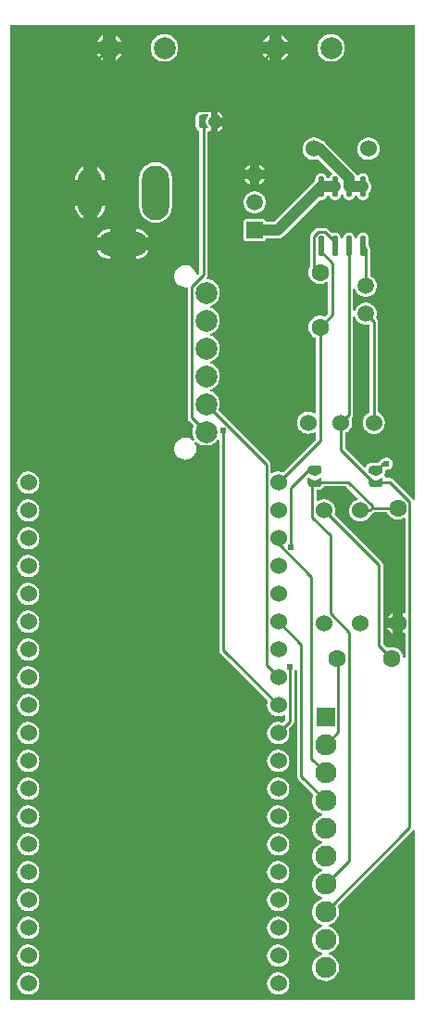
<source format=gtl>
G04 Layer: TopLayer*
G04 EasyEDA v6.5.40, 2024-02-04 04:02:13*
G04 e3b7e928b75e4f6ab1737eb406526b54,153482dac41149f1974aef67bcea995d,10*
G04 Gerber Generator version 0.2*
G04 Scale: 100 percent, Rotated: No, Reflected: No *
G04 Dimensions in millimeters *
G04 leading zeros omitted , absolute positions ,4 integer and 5 decimal *
%FSLAX45Y45*%
%MOMM*%

%AMMACRO1*4,1,40,0,-0.4763,-0.635,-0.1588,-0.635,0.2223,-0.635,0.2223,-0.635,0.2223,-0.6339,0.2457,-0.6307,0.2689,-0.6253,0.2918,-0.6179,0.314,-0.6084,0.3355,-0.597,0.356,-0.5837,0.3753,-0.5687,0.3934,-0.5521,0.41,-0.5341,0.4249,-0.5147,0.4382,-0.4942,0.4496,-0.4727,0.4591,-0.4505,0.4665,-0.4277,0.4719,-0.4044,0.4752,-0.381,0.4763,0.4445,0.4763,0.4663,0.4696,0.4875,0.4609,0.5078,0.4504,0.5271,0.4381,0.5452,0.4242,0.5619,0.4087,0.5773,0.3917,0.591,0.3734,0.603,0.3539,0.6132,0.3335,0.6215,0.3122,0.6279,0.2903,0.6323,0.2678,0.6347,0.2451,0.635,0.2223,0.635,-0.1588,0,-0.4763,0,-0.4763,0*%
%AMMACRO2*4,1,39,-0.635,0.4445,-0.635,-0.1905,-0.6339,-0.2139,-0.6307,-0.2372,-0.6253,-0.26,-0.6179,-0.2822,-0.6084,-0.3037,-0.597,-0.3242,-0.5837,-0.3436,-0.5687,-0.3616,-0.5521,-0.3782,-0.5341,-0.3932,-0.5147,-0.4065,-0.4942,-0.4179,-0.4727,-0.4274,-0.4505,-0.4348,-0.4277,-0.4402,-0.4044,-0.4434,-0.381,-0.4445,0.381,-0.4445,0.4044,-0.4434,0.4277,-0.4402,0.4505,-0.4348,0.4727,-0.4274,0.4942,-0.4179,0.5147,-0.4065,0.5341,-0.3932,0.5521,-0.3782,0.5687,-0.3616,0.5837,-0.3436,0.597,-0.3242,0.6084,-0.3037,0.6179,-0.2822,0.6253,-0.26,0.6307,-0.2372,0.6339,-0.2139,0.635,-0.1905,0.635,0.4445,0,0.127,-0.635,0.4445,0*%
%AMMACRO3*4,1,40,-0.4763,0,-0.1588,0.635,0.2223,0.635,0.2223,0.635,0.2223,0.635,0.2457,0.6339,0.2689,0.6307,0.2918,0.6253,0.314,0.6179,0.3355,0.6084,0.356,0.597,0.3753,0.5837,0.3934,0.5687,0.41,0.5521,0.4249,0.5341,0.4382,0.5147,0.4496,0.4942,0.4591,0.4727,0.4665,0.4505,0.4719,0.4277,0.4752,0.4044,0.4763,0.381,0.4763,-0.4445,0.4696,-0.4663,0.4609,-0.4875,0.4504,-0.5078,0.4382,-0.5271,0.4242,-0.5452,0.4087,-0.5619,0.3917,-0.5773,0.3734,-0.591,0.3539,-0.603,0.3335,-0.6132,0.3122,-0.6215,0.2903,-0.6279,0.2678,-0.6323,0.2451,-0.6347,0.2223,-0.635,-0.1588,-0.635,-0.4763,0,-0.4763,0,0*%
%AMMACRO4*4,1,39,0.4445,0.635,-0.1905,0.635,-0.2139,0.6339,-0.2372,0.6307,-0.26,0.6253,-0.2822,0.6179,-0.3037,0.6084,-0.3242,0.597,-0.3436,0.5837,-0.3616,0.5687,-0.3782,0.5521,-0.3932,0.5341,-0.4065,0.5147,-0.4179,0.4942,-0.4274,0.4727,-0.4348,0.4505,-0.4402,0.4277,-0.4434,0.4044,-0.4445,0.381,-0.4445,-0.381,-0.4434,-0.4044,-0.4402,-0.4277,-0.4348,-0.4505,-0.4274,-0.4727,-0.4179,-0.4942,-0.4065,-0.5147,-0.3932,-0.5341,-0.3782,-0.5521,-0.3616,-0.5687,-0.3436,-0.5837,-0.3242,-0.597,-0.3037,-0.6084,-0.2822,-0.6179,-0.26,-0.6253,-0.2372,-0.6307,-0.2139,-0.6339,-0.1905,-0.635,0.4445,-0.635,0.127,0,0.4445,0.635,0*%
%ADD10C,0.2540*%
%ADD11C,1.0160*%
%ADD12MACRO1*%
%ADD13MACRO2*%
%ADD14MACRO3*%
%ADD15MACRO4*%
%ADD16O,0.5684012X1.950212*%
%ADD17R,1.7780X1.7780*%
%ADD18C,1.9304*%
%ADD19C,1.6000*%
%ADD20C,1.5240*%
%ADD21C,2.0000*%
%ADD22O,2.499868X4.9999899999999995*%
%ADD23O,2.2499320000000003X4.4998640000000005*%
%ADD24O,4.4998640000000005X2.2499320000000003*%
%ADD25C,1.5000*%
%ADD26R,1.5080X1.5080*%
%ADD27C,1.5080*%
%ADD28C,0.6100*%
%ADD29C,0.0144*%

%LPD*%
G36*
X3652824Y3169462D02*
G01*
X3648811Y3170783D01*
X3645662Y3173679D01*
X3643985Y3177540D01*
X3641598Y3189681D01*
X3637127Y3202838D01*
X3631031Y3215233D01*
X3623310Y3226765D01*
X3614165Y3237179D01*
X3603751Y3246323D01*
X3592271Y3253994D01*
X3579825Y3260140D01*
X3566718Y3264560D01*
X3553155Y3267303D01*
X3539286Y3268167D01*
X3525469Y3267303D01*
X3511905Y3264560D01*
X3502761Y3261461D01*
X3499053Y3260953D01*
X3495395Y3261817D01*
X3492296Y3263900D01*
X3462934Y3293313D01*
X3460699Y3296615D01*
X3459937Y3300476D01*
X3459937Y4014673D01*
X3459124Y4022699D01*
X3456940Y4029964D01*
X3453384Y4036618D01*
X3448253Y4042816D01*
X3019653Y4471466D01*
X3017469Y4474667D01*
X3016707Y4478477D01*
X3017367Y4482287D01*
X3018485Y4485233D01*
X3021685Y4498543D01*
X3023006Y4512106D01*
X3022600Y4525721D01*
X3020314Y4539183D01*
X3016250Y4552188D01*
X3010509Y4564583D01*
X3003194Y4576064D01*
X2994406Y4586478D01*
X2984246Y4595622D01*
X2973019Y4603343D01*
X2960878Y4609490D01*
X2947974Y4613960D01*
X2934614Y4616653D01*
X2921000Y4617567D01*
X2907385Y4616653D01*
X2894025Y4613960D01*
X2881172Y4609490D01*
X2868269Y4602937D01*
X2864307Y4601870D01*
X2860243Y4602480D01*
X2856687Y4604613D01*
X2854350Y4607966D01*
X2853537Y4612030D01*
X2853537Y4693666D01*
X2854299Y4697577D01*
X2856484Y4700828D01*
X2859786Y4703064D01*
X2863697Y4703826D01*
X2869895Y4703826D01*
X2876346Y4704232D01*
X2881020Y4704994D01*
X2885541Y4706213D01*
X2890012Y4707839D01*
X2894330Y4709871D01*
X2898343Y4712258D01*
X2902204Y4715052D01*
X2905760Y4718202D01*
X2909011Y4721656D01*
X2911906Y4725314D01*
X2915361Y4730800D01*
X2917647Y4733340D01*
X2920644Y4735017D01*
X2923997Y4735576D01*
X3120034Y4735576D01*
X3123895Y4734814D01*
X3127197Y4732578D01*
X3229051Y4630775D01*
X3231337Y4627270D01*
X3231997Y4623104D01*
X3230930Y4619040D01*
X3228289Y4615738D01*
X3224530Y4613808D01*
X3217722Y4611928D01*
X3205175Y4606594D01*
X3193440Y4599686D01*
X3182721Y4591202D01*
X3173222Y4581398D01*
X3165144Y4570425D01*
X3158591Y4558487D01*
X3153714Y4545736D01*
X3150514Y4532477D01*
X3149193Y4518914D01*
X3149650Y4505299D01*
X3151886Y4491837D01*
X3155950Y4478832D01*
X3161690Y4466437D01*
X3169005Y4454956D01*
X3177794Y4444542D01*
X3187954Y4435398D01*
X3199180Y4427677D01*
X3211322Y4421530D01*
X3224225Y4417060D01*
X3237585Y4414316D01*
X3251200Y4413402D01*
X3264814Y4414316D01*
X3278174Y4417060D01*
X3291078Y4421530D01*
X3303219Y4427677D01*
X3314446Y4435398D01*
X3324606Y4444542D01*
X3333394Y4454956D01*
X3340709Y4466437D01*
X3344519Y4474667D01*
X3346399Y4477359D01*
X3348990Y4479340D01*
X3356813Y4483455D01*
X3363010Y4488586D01*
X3371087Y4496612D01*
X3374390Y4498797D01*
X3378250Y4499610D01*
X3488994Y4499610D01*
X3492703Y4498898D01*
X3495903Y4496917D01*
X3498138Y4493920D01*
X3502406Y4485284D01*
X3510076Y4473752D01*
X3519220Y4463338D01*
X3529634Y4454194D01*
X3541166Y4446524D01*
X3553561Y4440377D01*
X3566718Y4435906D01*
X3580282Y4433214D01*
X3594100Y4432300D01*
X3607917Y4433214D01*
X3621481Y4435906D01*
X3634638Y4440377D01*
X3647033Y4446524D01*
X3648303Y4447336D01*
X3652367Y4448962D01*
X3656736Y4448708D01*
X3660546Y4446625D01*
X3663187Y4443171D01*
X3664102Y4438904D01*
X3664102Y3587496D01*
X3663187Y3583228D01*
X3660546Y3579774D01*
X3656736Y3577742D01*
X3652367Y3577437D01*
X3648303Y3579063D01*
X3647033Y3579926D01*
X3640429Y3583178D01*
X3640429Y3534562D01*
X3653993Y3534562D01*
X3657854Y3533800D01*
X3661156Y3531565D01*
X3663340Y3528263D01*
X3664102Y3524402D01*
X3664102Y3452012D01*
X3663340Y3448151D01*
X3661156Y3444849D01*
X3657854Y3442614D01*
X3653993Y3441852D01*
X3640429Y3441852D01*
X3640429Y3393236D01*
X3647033Y3396487D01*
X3648303Y3397351D01*
X3652367Y3398926D01*
X3656736Y3398672D01*
X3660546Y3396640D01*
X3663187Y3393186D01*
X3664102Y3388918D01*
X3664102Y3179521D01*
X3663238Y3175406D01*
X3660749Y3171952D01*
X3657041Y3169869D01*
G37*

%LPC*%
G36*
X3547770Y3393236D02*
G01*
X3547770Y3441852D01*
X3499154Y3441852D01*
X3502406Y3435248D01*
X3510076Y3423767D01*
X3519220Y3413353D01*
X3529634Y3404209D01*
X3541166Y3396487D01*
G37*
G36*
X3499154Y3534562D02*
G01*
X3547770Y3534562D01*
X3547770Y3583178D01*
X3541166Y3579926D01*
X3529634Y3572205D01*
X3519220Y3563061D01*
X3510076Y3552647D01*
X3502406Y3541166D01*
G37*

%LPD*%
G36*
X60147Y49987D02*
G01*
X56286Y50749D01*
X52984Y52984D01*
X50749Y56286D01*
X49987Y60147D01*
X49987Y8939834D01*
X50749Y8943695D01*
X52984Y8946997D01*
X56286Y8949232D01*
X60147Y8949994D01*
X3739845Y8949994D01*
X3743706Y8949232D01*
X3747008Y8946997D01*
X3749243Y8943695D01*
X3750005Y8939834D01*
X3750005Y4622800D01*
X3749141Y4618736D01*
X3746754Y4615383D01*
X3743248Y4613198D01*
X3739184Y4612640D01*
X3735171Y4613757D01*
X3731971Y4616348D01*
X3729685Y4619142D01*
X3546652Y4802174D01*
X3540455Y4807254D01*
X3533749Y4810810D01*
X3526536Y4812995D01*
X3518509Y4813808D01*
X3489960Y4813808D01*
X3486353Y4814468D01*
X3483203Y4816398D01*
X3480968Y4819294D01*
X3479901Y4822799D01*
X3479596Y4825441D01*
X3477666Y4830927D01*
X3475177Y4834839D01*
X3473805Y4838293D01*
X3473754Y4842103D01*
X3475126Y4845608D01*
X3477768Y4849825D01*
X3479596Y4855260D01*
X3480308Y4861509D01*
X3480308Y4876596D01*
X3481171Y4880711D01*
X3483610Y4884115D01*
X3487216Y4886248D01*
X3501593Y4887569D01*
X3511092Y4890109D01*
X3519982Y4894275D01*
X3528009Y4899914D01*
X3534968Y4906822D01*
X3540607Y4914900D01*
X3544773Y4923790D01*
X3547313Y4933289D01*
X3548176Y4943094D01*
X3547313Y4952847D01*
X3544773Y4962347D01*
X3540607Y4971237D01*
X3534968Y4979314D01*
X3528009Y4986274D01*
X3519982Y4991912D01*
X3511092Y4996027D01*
X3501593Y4998567D01*
X3491788Y4999431D01*
X3481984Y4998567D01*
X3472484Y4996027D01*
X3463594Y4991912D01*
X3455568Y4986274D01*
X3452215Y4982921D01*
X3450285Y4981397D01*
X3447999Y4980381D01*
X3442411Y4978704D01*
X3435756Y4975148D01*
X3429508Y4970018D01*
X3412794Y4953304D01*
X3409492Y4951120D01*
X3405632Y4950307D01*
X3353104Y4950307D01*
X3346653Y4949952D01*
X3341979Y4949139D01*
X3337458Y4947970D01*
X3332987Y4946345D01*
X3328670Y4944262D01*
X3324656Y4941874D01*
X3320796Y4939080D01*
X3317240Y4935982D01*
X3313988Y4932527D01*
X3311042Y4928819D01*
X3308502Y4924856D01*
X3306318Y4920640D01*
X3304235Y4915560D01*
X3302050Y4912258D01*
X3298748Y4910023D01*
X3294887Y4909210D01*
X3290976Y4909972D01*
X3287623Y4912207D01*
X3116630Y5083200D01*
X3114446Y5086502D01*
X3113684Y5090414D01*
X3113684Y5216144D01*
X3114294Y5219700D01*
X3116122Y5222798D01*
X3118916Y5225084D01*
X3129991Y5231130D01*
X3140964Y5239207D01*
X3150768Y5248706D01*
X3159201Y5259374D01*
X3166160Y5271109D01*
X3171494Y5283657D01*
X3175101Y5296814D01*
X3176930Y5310327D01*
X3176930Y5323992D01*
X3175101Y5337505D01*
X3171291Y5351322D01*
X3170936Y5354523D01*
X3171647Y5357672D01*
X3173272Y5360466D01*
X3180334Y5368950D01*
X3183890Y5375605D01*
X3186074Y5382818D01*
X3186836Y5390845D01*
X3186836Y6276086D01*
X3187649Y6279997D01*
X3189884Y6283350D01*
X3193237Y6285534D01*
X3197148Y6286246D01*
X3201060Y6285433D01*
X3204362Y6283147D01*
X3206496Y6279743D01*
X3210509Y6269380D01*
X3216960Y6257594D01*
X3224936Y6246723D01*
X3234334Y6237020D01*
X3244900Y6228689D01*
X3256483Y6221831D01*
X3268929Y6216548D01*
X3281883Y6212992D01*
X3295243Y6211214D01*
X3308756Y6211214D01*
X3327501Y6213754D01*
X3331057Y6212738D01*
X3334004Y6210503D01*
X3335985Y6207302D01*
X3336645Y6203645D01*
X3336645Y5417870D01*
X3335934Y5414111D01*
X3333851Y5410911D01*
X3330752Y5408676D01*
X3326180Y5406542D01*
X3314700Y5399176D01*
X3304286Y5390388D01*
X3295142Y5380278D01*
X3287420Y5369052D01*
X3281273Y5356860D01*
X3276803Y5343956D01*
X3274060Y5330596D01*
X3273145Y5316982D01*
X3274060Y5303418D01*
X3276803Y5290058D01*
X3281273Y5277154D01*
X3287420Y5264962D01*
X3295142Y5253736D01*
X3304286Y5243626D01*
X3314700Y5234838D01*
X3326180Y5227472D01*
X3338576Y5221732D01*
X3351580Y5217718D01*
X3365042Y5215432D01*
X3378657Y5214975D01*
X3392220Y5216347D01*
X3405479Y5219496D01*
X3418230Y5224424D01*
X3430168Y5230977D01*
X3441141Y5239054D01*
X3450945Y5248554D01*
X3459429Y5259222D01*
X3466388Y5270957D01*
X3471672Y5283504D01*
X3475278Y5296662D01*
X3477107Y5310174D01*
X3477107Y5323840D01*
X3475278Y5337352D01*
X3471672Y5350510D01*
X3466388Y5363057D01*
X3459429Y5374792D01*
X3450945Y5385460D01*
X3441141Y5394960D01*
X3430168Y5403037D01*
X3419144Y5409082D01*
X3416350Y5411368D01*
X3414522Y5414467D01*
X3413861Y5418023D01*
X3413861Y6238087D01*
X3413048Y6246114D01*
X3410864Y6253378D01*
X3407308Y6260033D01*
X3402177Y6266230D01*
X3399739Y6268720D01*
X3397554Y6271920D01*
X3396742Y6275730D01*
X3397402Y6279540D01*
X3398367Y6281978D01*
X3401466Y6295085D01*
X3402837Y6308496D01*
X3402380Y6321958D01*
X3400145Y6335268D01*
X3396132Y6348120D01*
X3390493Y6360363D01*
X3383229Y6371691D01*
X3374542Y6382004D01*
X3364534Y6391046D01*
X3353409Y6398666D01*
X3341370Y6404762D01*
X3328670Y6409182D01*
X3315462Y6411874D01*
X3302000Y6412738D01*
X3288537Y6411874D01*
X3275329Y6409182D01*
X3262629Y6404762D01*
X3250590Y6398666D01*
X3239465Y6391046D01*
X3229457Y6382004D01*
X3220770Y6371691D01*
X3213506Y6360363D01*
X3207867Y6348120D01*
X3206750Y6344462D01*
X3204768Y6340906D01*
X3201517Y6338366D01*
X3197555Y6337350D01*
X3193491Y6337960D01*
X3190036Y6340094D01*
X3187700Y6343497D01*
X3186836Y6347510D01*
X3186836Y6530085D01*
X3187649Y6533997D01*
X3189884Y6537350D01*
X3193237Y6539534D01*
X3197148Y6540246D01*
X3201060Y6539433D01*
X3204362Y6537147D01*
X3206496Y6533743D01*
X3210509Y6523380D01*
X3216960Y6511594D01*
X3224936Y6500723D01*
X3234334Y6491020D01*
X3244900Y6482689D01*
X3256483Y6475831D01*
X3268929Y6470548D01*
X3281883Y6466992D01*
X3295243Y6465214D01*
X3308756Y6465214D01*
X3322116Y6466992D01*
X3335070Y6470548D01*
X3347516Y6475831D01*
X3359099Y6482689D01*
X3369665Y6491020D01*
X3379063Y6500723D01*
X3387039Y6511594D01*
X3393490Y6523380D01*
X3398367Y6535978D01*
X3401466Y6549085D01*
X3402837Y6562496D01*
X3402380Y6575958D01*
X3400145Y6589268D01*
X3396132Y6602120D01*
X3390493Y6614363D01*
X3383229Y6625691D01*
X3374542Y6636003D01*
X3364534Y6645046D01*
X3353409Y6652666D01*
X3346196Y6656324D01*
X3343249Y6658559D01*
X3341268Y6661759D01*
X3340608Y6665366D01*
X3340608Y6902856D01*
X3339795Y6910882D01*
X3337610Y6918096D01*
X3334054Y6924751D01*
X3331870Y6927392D01*
X3330194Y6930440D01*
X3329584Y6933844D01*
X3329584Y6998766D01*
X3328720Y7008622D01*
X3326282Y7017766D01*
X3322269Y7026351D01*
X3316833Y7034072D01*
X3310128Y7040778D01*
X3302406Y7046214D01*
X3293821Y7050227D01*
X3284677Y7052665D01*
X3275228Y7053478D01*
X3265830Y7052665D01*
X3256686Y7050227D01*
X3248101Y7046214D01*
X3240328Y7040778D01*
X3233674Y7034072D01*
X3228238Y7026351D01*
X3224225Y7017766D01*
X3221583Y7007809D01*
X3219551Y7003897D01*
X3216046Y7001205D01*
X3211728Y7000240D01*
X3207461Y7001205D01*
X3203956Y7003897D01*
X3201924Y7007809D01*
X3199282Y7017766D01*
X3195269Y7026351D01*
X3189833Y7034072D01*
X3183128Y7040778D01*
X3175406Y7046214D01*
X3166821Y7050227D01*
X3157677Y7052665D01*
X3148228Y7053478D01*
X3138830Y7052665D01*
X3129686Y7050227D01*
X3121101Y7046214D01*
X3113328Y7040778D01*
X3106674Y7034072D01*
X3101238Y7026351D01*
X3097225Y7017766D01*
X3094583Y7007809D01*
X3092551Y7003897D01*
X3089046Y7001205D01*
X3084728Y7000240D01*
X3080461Y7001205D01*
X3076956Y7003897D01*
X3074924Y7007809D01*
X3072282Y7017766D01*
X3068269Y7026351D01*
X3062833Y7034072D01*
X3056128Y7040778D01*
X3048406Y7046214D01*
X3039821Y7050227D01*
X3030677Y7052665D01*
X3021228Y7053478D01*
X3011830Y7052665D01*
X3002686Y7050227D01*
X3000857Y7049363D01*
X2996844Y7048398D01*
X2992780Y7049109D01*
X2989376Y7051395D01*
X2956560Y7084212D01*
X2950311Y7089292D01*
X2943656Y7092848D01*
X2936443Y7095032D01*
X2928416Y7095845D01*
X2869692Y7095845D01*
X2861665Y7095032D01*
X2854452Y7092848D01*
X2847797Y7089292D01*
X2841548Y7084212D01*
X2803956Y7046569D01*
X2798826Y7040321D01*
X2795270Y7033666D01*
X2793085Y7026452D01*
X2792272Y7018426D01*
X2792272Y6746087D01*
X2791206Y6741617D01*
X2785059Y6729120D01*
X2780639Y6716014D01*
X2777896Y6702450D01*
X2777032Y6688632D01*
X2777896Y6674815D01*
X2780639Y6661200D01*
X2785059Y6648094D01*
X2791206Y6635699D01*
X2798876Y6624167D01*
X2808020Y6613753D01*
X2818434Y6604609D01*
X2829966Y6596938D01*
X2842361Y6590792D01*
X2855518Y6586321D01*
X2869082Y6583629D01*
X2882900Y6582714D01*
X2896717Y6583629D01*
X2910281Y6586321D01*
X2923438Y6590792D01*
X2935833Y6596938D01*
X2942640Y6601459D01*
X2946704Y6603085D01*
X2951073Y6602780D01*
X2954883Y6600748D01*
X2957525Y6597294D01*
X2958490Y6593027D01*
X2958490Y6322974D01*
X2957677Y6319062D01*
X2955493Y6315760D01*
X2929940Y6290208D01*
X2926842Y6288125D01*
X2923184Y6287262D01*
X2919476Y6287770D01*
X2910281Y6290919D01*
X2896717Y6293612D01*
X2882900Y6294526D01*
X2869082Y6293612D01*
X2855518Y6290919D01*
X2842361Y6286449D01*
X2829966Y6280302D01*
X2818434Y6272631D01*
X2808020Y6263487D01*
X2798876Y6253073D01*
X2791206Y6241542D01*
X2785059Y6229146D01*
X2780639Y6216040D01*
X2777896Y6202426D01*
X2777032Y6188608D01*
X2777896Y6174790D01*
X2780639Y6161227D01*
X2785059Y6148120D01*
X2791206Y6135674D01*
X2798876Y6124143D01*
X2808020Y6113729D01*
X2818434Y6104636D01*
X2829966Y6096914D01*
X2838602Y6092647D01*
X2841599Y6090412D01*
X2843580Y6087211D01*
X2844292Y6083554D01*
X2844292Y5412536D01*
X2843428Y5408422D01*
X2840990Y5405018D01*
X2837383Y5402884D01*
X2833268Y5402376D01*
X2829255Y5403596D01*
X2818028Y5409742D01*
X2805277Y5414670D01*
X2792018Y5417820D01*
X2778455Y5419191D01*
X2764840Y5418734D01*
X2751378Y5416448D01*
X2738374Y5412435D01*
X2725978Y5406694D01*
X2714498Y5399328D01*
X2704084Y5390540D01*
X2694940Y5380431D01*
X2687218Y5369204D01*
X2681071Y5357012D01*
X2676601Y5344109D01*
X2673858Y5330748D01*
X2672943Y5317134D01*
X2673858Y5303570D01*
X2676601Y5290210D01*
X2681071Y5277307D01*
X2687218Y5265115D01*
X2694940Y5253888D01*
X2704084Y5243779D01*
X2714498Y5234990D01*
X2725978Y5227624D01*
X2738374Y5221884D01*
X2751378Y5217871D01*
X2764840Y5215585D01*
X2778455Y5215128D01*
X2792018Y5216499D01*
X2805277Y5219649D01*
X2818028Y5224576D01*
X2829255Y5230723D01*
X2833268Y5231942D01*
X2837383Y5231434D01*
X2840990Y5229301D01*
X2843428Y5225897D01*
X2844292Y5221782D01*
X2844292Y5170068D01*
X2843530Y5166156D01*
X2841294Y5162854D01*
X2545943Y4867503D01*
X2542946Y4865420D01*
X2539390Y4864557D01*
X2535783Y4865014D01*
X2525572Y4868164D01*
X2512110Y4870399D01*
X2498496Y4870856D01*
X2484932Y4869535D01*
X2471674Y4866335D01*
X2458923Y4861458D01*
X2446629Y4854702D01*
X2442616Y4853482D01*
X2438450Y4853990D01*
X2434844Y4856124D01*
X2432405Y4859528D01*
X2431592Y4863592D01*
X2431592Y4934458D01*
X2430780Y4942484D01*
X2428595Y4949698D01*
X2425039Y4956352D01*
X2419908Y4962601D01*
X1958390Y5424068D01*
X1956155Y5427472D01*
X1955444Y5431485D01*
X1956307Y5435447D01*
X1959203Y5441797D01*
X1963724Y5456275D01*
X1966468Y5471261D01*
X1967382Y5486400D01*
X1966468Y5501589D01*
X1963724Y5516575D01*
X1959203Y5531053D01*
X1952955Y5544921D01*
X1945081Y5557926D01*
X1935683Y5569915D01*
X1924964Y5580634D01*
X1912975Y5590032D01*
X1899970Y5597906D01*
X1886051Y5604154D01*
X1882902Y5606389D01*
X1880819Y5609640D01*
X1880057Y5613400D01*
X1880819Y5617210D01*
X1882902Y5620461D01*
X1886051Y5622696D01*
X1899970Y5628944D01*
X1912975Y5636818D01*
X1924964Y5646216D01*
X1935683Y5656935D01*
X1945081Y5668924D01*
X1952955Y5681929D01*
X1959203Y5695797D01*
X1963724Y5710275D01*
X1966468Y5725261D01*
X1967382Y5740400D01*
X1966468Y5755589D01*
X1963724Y5770575D01*
X1959203Y5785053D01*
X1952955Y5798921D01*
X1945081Y5811926D01*
X1935683Y5823915D01*
X1924964Y5834634D01*
X1912975Y5844032D01*
X1899970Y5851906D01*
X1886102Y5858154D01*
X1882952Y5860389D01*
X1880819Y5863590D01*
X1880107Y5867400D01*
X1880819Y5871210D01*
X1882952Y5874461D01*
X1886102Y5876696D01*
X1900021Y5882944D01*
X1913026Y5890818D01*
X1924964Y5900166D01*
X1935734Y5910935D01*
X1945081Y5922873D01*
X1952955Y5935878D01*
X1959203Y5949746D01*
X1963724Y5964275D01*
X1966468Y5979210D01*
X1967382Y5994400D01*
X1966468Y6009589D01*
X1963724Y6024524D01*
X1959203Y6039053D01*
X1952955Y6052921D01*
X1945081Y6065926D01*
X1935734Y6077864D01*
X1924964Y6088634D01*
X1913026Y6097981D01*
X1900021Y6105855D01*
X1886102Y6112154D01*
X1882902Y6114338D01*
X1880819Y6117590D01*
X1880107Y6121400D01*
X1880819Y6125210D01*
X1882902Y6128461D01*
X1886102Y6130645D01*
X1900021Y6136944D01*
X1913026Y6144818D01*
X1924964Y6154166D01*
X1935734Y6164935D01*
X1945081Y6176873D01*
X1952955Y6189878D01*
X1959203Y6203746D01*
X1963724Y6218275D01*
X1966468Y6233210D01*
X1967382Y6248400D01*
X1966468Y6263589D01*
X1963724Y6278524D01*
X1959203Y6293053D01*
X1952955Y6306921D01*
X1945081Y6319926D01*
X1935734Y6331864D01*
X1924964Y6342634D01*
X1913026Y6351981D01*
X1900021Y6359855D01*
X1886051Y6366154D01*
X1882902Y6368389D01*
X1880768Y6371640D01*
X1880057Y6375400D01*
X1880768Y6379210D01*
X1882902Y6382461D01*
X1886051Y6384696D01*
X1899970Y6390944D01*
X1912975Y6398818D01*
X1924964Y6408216D01*
X1935683Y6418935D01*
X1945081Y6430924D01*
X1952955Y6443929D01*
X1959203Y6457797D01*
X1963724Y6472275D01*
X1966468Y6487261D01*
X1967382Y6502400D01*
X1966468Y6517589D01*
X1963724Y6532575D01*
X1959203Y6547053D01*
X1952955Y6560921D01*
X1945081Y6573926D01*
X1935683Y6585915D01*
X1924964Y6596634D01*
X1912975Y6606031D01*
X1899970Y6613906D01*
X1886102Y6620154D01*
X1871624Y6624675D01*
X1856638Y6627418D01*
X1854911Y6627520D01*
X1850643Y6628739D01*
X1847291Y6631635D01*
X1845513Y6635699D01*
X1845665Y6640118D01*
X1851710Y6651396D01*
X1853895Y6658609D01*
X1854707Y6666636D01*
X1854707Y7965440D01*
X1855368Y7969046D01*
X1857298Y7972196D01*
X1860194Y7974431D01*
X1863699Y7975498D01*
X1866341Y7975803D01*
X1871827Y7977733D01*
X1875739Y7980222D01*
X1879193Y7981594D01*
X1883003Y7981645D01*
X1887524Y7979613D01*
X1887524Y8026400D01*
X1883105Y8026400D01*
X1879447Y8027060D01*
X1876247Y8029041D01*
X1874012Y8032038D01*
X1860042Y8059978D01*
X1859076Y8062925D01*
X1859076Y8066074D01*
X1860042Y8069021D01*
X1874012Y8096961D01*
X1876247Y8099958D01*
X1879447Y8101939D01*
X1883105Y8102600D01*
X1887524Y8102600D01*
X1887524Y8149386D01*
X1883003Y8147354D01*
X1879193Y8147405D01*
X1875739Y8148777D01*
X1871827Y8151266D01*
X1866341Y8153196D01*
X1859991Y8153908D01*
X1797354Y8153908D01*
X1790903Y8153501D01*
X1786229Y8152739D01*
X1781708Y8151520D01*
X1777238Y8149894D01*
X1772920Y8147862D01*
X1768906Y8145475D01*
X1765046Y8142681D01*
X1761489Y8139531D01*
X1758238Y8136077D01*
X1755292Y8132368D01*
X1752752Y8128406D01*
X1750517Y8124190D01*
X1748739Y8119821D01*
X1747418Y8115401D01*
X1746148Y8108645D01*
X1745742Y8102295D01*
X1745742Y8026704D01*
X1746148Y8020253D01*
X1746910Y8015579D01*
X1748129Y8011058D01*
X1749755Y8006588D01*
X1751787Y8002270D01*
X1754174Y7998256D01*
X1756968Y7994396D01*
X1760118Y7990840D01*
X1763572Y7987588D01*
X1767230Y7984693D01*
X1772716Y7981238D01*
X1775256Y7978952D01*
X1776933Y7975955D01*
X1777492Y7972602D01*
X1777492Y6686346D01*
X1776730Y6682435D01*
X1774494Y6679133D01*
X1766468Y6671106D01*
X1762810Y6668770D01*
X1758543Y6668160D01*
X1754378Y6669430D01*
X1751126Y6672325D01*
X1749348Y6676288D01*
X1748282Y6681470D01*
X1743862Y6694170D01*
X1737817Y6706209D01*
X1730197Y6717334D01*
X1721154Y6727342D01*
X1710842Y6736029D01*
X1699463Y6743293D01*
X1687271Y6748932D01*
X1674368Y6752945D01*
X1661109Y6755180D01*
X1647647Y6755638D01*
X1634236Y6754266D01*
X1621129Y6751167D01*
X1608531Y6746290D01*
X1596694Y6739839D01*
X1585874Y6731863D01*
X1576171Y6722465D01*
X1567840Y6711899D01*
X1560982Y6700316D01*
X1555699Y6687870D01*
X1552143Y6674916D01*
X1550314Y6661556D01*
X1550314Y6648043D01*
X1552143Y6634683D01*
X1555699Y6621729D01*
X1560982Y6609283D01*
X1567840Y6597700D01*
X1576171Y6587134D01*
X1585874Y6577736D01*
X1596694Y6569760D01*
X1608531Y6563309D01*
X1621129Y6558432D01*
X1634236Y6555333D01*
X1647596Y6553962D01*
X1662328Y6554520D01*
X1666341Y6553911D01*
X1669796Y6551726D01*
X1672082Y6548374D01*
X1672894Y6544411D01*
X1672894Y5362905D01*
X1673707Y5354878D01*
X1675892Y5347665D01*
X1679448Y5340959D01*
X1684578Y5334762D01*
X1724558Y5294782D01*
X1726793Y5291378D01*
X1727504Y5287365D01*
X1726641Y5283403D01*
X1723745Y5277053D01*
X1719224Y5262575D01*
X1716481Y5247589D01*
X1715566Y5232400D01*
X1716481Y5217261D01*
X1719224Y5202275D01*
X1723745Y5187797D01*
X1729993Y5173929D01*
X1733702Y5167782D01*
X1735074Y5163972D01*
X1734820Y5159908D01*
X1732991Y5156301D01*
X1729943Y5153660D01*
X1726031Y5152440D01*
X1722018Y5152847D01*
X1718462Y5154777D01*
X1710842Y5161229D01*
X1699463Y5168493D01*
X1687271Y5174132D01*
X1674368Y5178145D01*
X1661109Y5180380D01*
X1647647Y5180838D01*
X1634236Y5179466D01*
X1621129Y5176367D01*
X1608531Y5171490D01*
X1596694Y5165039D01*
X1585874Y5157063D01*
X1576171Y5147665D01*
X1567840Y5137099D01*
X1560982Y5125516D01*
X1555699Y5113070D01*
X1552143Y5100116D01*
X1550314Y5086756D01*
X1550314Y5073243D01*
X1552143Y5059883D01*
X1555699Y5046929D01*
X1560982Y5034483D01*
X1567840Y5022900D01*
X1576171Y5012334D01*
X1585874Y5002936D01*
X1596694Y4994960D01*
X1608531Y4988509D01*
X1621129Y4983632D01*
X1634236Y4980533D01*
X1647647Y4979162D01*
X1661109Y4979619D01*
X1674368Y4981854D01*
X1687271Y4985867D01*
X1699463Y4991506D01*
X1710842Y4998770D01*
X1721154Y5007457D01*
X1730197Y5017465D01*
X1737817Y5028590D01*
X1743862Y5040630D01*
X1748282Y5053330D01*
X1750974Y5066538D01*
X1751888Y5080000D01*
X1750974Y5093462D01*
X1748282Y5106670D01*
X1743862Y5119370D01*
X1738884Y5129326D01*
X1737817Y5133238D01*
X1738375Y5137251D01*
X1740458Y5140756D01*
X1743760Y5143144D01*
X1747723Y5144058D01*
X1751736Y5143296D01*
X1755139Y5141061D01*
X1757984Y5138216D01*
X1769973Y5128818D01*
X1782978Y5120944D01*
X1796846Y5114696D01*
X1811324Y5110175D01*
X1826310Y5107432D01*
X1841500Y5106517D01*
X1856638Y5107432D01*
X1871624Y5110175D01*
X1886102Y5114696D01*
X1899970Y5120944D01*
X1912975Y5128818D01*
X1924964Y5138216D01*
X1935683Y5148935D01*
X1942388Y5157470D01*
X1945589Y5160162D01*
X1949551Y5161330D01*
X1953717Y5160822D01*
X1957273Y5158689D01*
X1959711Y5155285D01*
X1960575Y5151221D01*
X1960575Y3240074D01*
X1961337Y3232048D01*
X1963521Y3224834D01*
X1967077Y3218180D01*
X1972208Y3211931D01*
X2403094Y2781046D01*
X2405126Y2778150D01*
X2406040Y2774696D01*
X2405735Y2771140D01*
X2401874Y2757170D01*
X2400046Y2743657D01*
X2400046Y2730042D01*
X2401874Y2716530D01*
X2405481Y2703372D01*
X2410764Y2690825D01*
X2417724Y2679090D01*
X2426208Y2668371D01*
X2436012Y2658872D01*
X2446985Y2650794D01*
X2458923Y2644241D01*
X2471674Y2639364D01*
X2484932Y2636164D01*
X2498496Y2634843D01*
X2512110Y2635300D01*
X2525572Y2637536D01*
X2538577Y2641600D01*
X2550972Y2647340D01*
X2553106Y2648712D01*
X2557170Y2650185D01*
X2561437Y2649880D01*
X2565247Y2647797D01*
X2567787Y2644343D01*
X2568752Y2640126D01*
X2568752Y2608478D01*
X2567940Y2604617D01*
X2565755Y2601315D01*
X2545943Y2581503D01*
X2542946Y2579420D01*
X2539390Y2578557D01*
X2535783Y2579014D01*
X2525572Y2582164D01*
X2512110Y2584399D01*
X2498496Y2584856D01*
X2484932Y2583535D01*
X2471674Y2580335D01*
X2458923Y2575458D01*
X2446985Y2568905D01*
X2436012Y2560828D01*
X2426208Y2551328D01*
X2417724Y2540609D01*
X2410764Y2528874D01*
X2405481Y2516327D01*
X2401874Y2503170D01*
X2400046Y2489657D01*
X2400046Y2476042D01*
X2401874Y2462530D01*
X2405481Y2449372D01*
X2410764Y2436825D01*
X2417724Y2425090D01*
X2426208Y2414371D01*
X2436012Y2404872D01*
X2446985Y2396794D01*
X2458923Y2390241D01*
X2471674Y2385364D01*
X2484932Y2382164D01*
X2498496Y2380843D01*
X2512110Y2381300D01*
X2525572Y2383536D01*
X2538577Y2387600D01*
X2550972Y2393340D01*
X2562453Y2400655D01*
X2572867Y2409444D01*
X2582011Y2419604D01*
X2589733Y2430830D01*
X2595880Y2442972D01*
X2600350Y2455875D01*
X2603093Y2469235D01*
X2604008Y2482850D01*
X2603093Y2496464D01*
X2600350Y2509824D01*
X2598115Y2516327D01*
X2597556Y2520086D01*
X2598369Y2523744D01*
X2600502Y2526842D01*
X2634284Y2560624D01*
X2639415Y2566873D01*
X2642971Y2573528D01*
X2645156Y2580741D01*
X2645968Y2588768D01*
X2645968Y3041345D01*
X2646730Y3045206D01*
X2648915Y3048508D01*
X2650540Y3050133D01*
X2655163Y3056737D01*
X2658262Y3059633D01*
X2662275Y3061004D01*
X2666542Y3060598D01*
X2670200Y3058515D01*
X2672740Y3055061D01*
X2673654Y3050895D01*
X2673654Y2088845D01*
X2674416Y2080818D01*
X2676601Y2073605D01*
X2680157Y2066950D01*
X2685288Y2060702D01*
X2819349Y1926691D01*
X2821482Y1923440D01*
X2822295Y1919630D01*
X2821635Y1915820D01*
X2817063Y1903984D01*
X2813354Y1889404D01*
X2811526Y1874418D01*
X2811526Y1859381D01*
X2813354Y1844395D01*
X2817063Y1829816D01*
X2822498Y1815744D01*
X2829610Y1802434D01*
X2838348Y1790141D01*
X2848508Y1779016D01*
X2859938Y1769211D01*
X2872486Y1760880D01*
X2885998Y1754174D01*
X2899308Y1749501D01*
X2902864Y1747316D01*
X2905252Y1743964D01*
X2906064Y1739900D01*
X2905252Y1735836D01*
X2902864Y1732483D01*
X2899308Y1730298D01*
X2885998Y1725625D01*
X2872486Y1718919D01*
X2859938Y1710588D01*
X2848508Y1700784D01*
X2838348Y1689658D01*
X2829610Y1677314D01*
X2822498Y1664055D01*
X2817063Y1649984D01*
X2813354Y1635404D01*
X2811526Y1620418D01*
X2811526Y1605381D01*
X2813354Y1590395D01*
X2817063Y1575816D01*
X2822498Y1561744D01*
X2829610Y1548434D01*
X2838348Y1536141D01*
X2848508Y1525016D01*
X2859938Y1515211D01*
X2872486Y1506880D01*
X2885998Y1500174D01*
X2899308Y1495501D01*
X2902864Y1493316D01*
X2905252Y1489964D01*
X2906064Y1485900D01*
X2905252Y1481836D01*
X2902864Y1478483D01*
X2899308Y1476298D01*
X2885998Y1471625D01*
X2872486Y1464919D01*
X2859938Y1456588D01*
X2848508Y1446784D01*
X2838348Y1435658D01*
X2829610Y1423314D01*
X2822498Y1410055D01*
X2817063Y1395984D01*
X2813354Y1381404D01*
X2811526Y1366418D01*
X2811526Y1351381D01*
X2813354Y1336395D01*
X2817063Y1321816D01*
X2822498Y1307744D01*
X2829610Y1294434D01*
X2838348Y1282141D01*
X2848508Y1271016D01*
X2859938Y1261211D01*
X2872486Y1252880D01*
X2885998Y1246174D01*
X2899308Y1241501D01*
X2902864Y1239316D01*
X2905252Y1235964D01*
X2906064Y1231900D01*
X2905252Y1227836D01*
X2902864Y1224483D01*
X2899308Y1222298D01*
X2885998Y1217625D01*
X2872486Y1210919D01*
X2859938Y1202588D01*
X2848508Y1192784D01*
X2838348Y1181658D01*
X2829610Y1169314D01*
X2822498Y1156055D01*
X2817063Y1141984D01*
X2813354Y1127404D01*
X2811526Y1112418D01*
X2811526Y1097381D01*
X2813354Y1082395D01*
X2817063Y1067816D01*
X2822498Y1053744D01*
X2829610Y1040434D01*
X2838348Y1028141D01*
X2848508Y1017016D01*
X2859938Y1007211D01*
X2872486Y998880D01*
X2885998Y992174D01*
X2899308Y987501D01*
X2902864Y985316D01*
X2905252Y981964D01*
X2906064Y977900D01*
X2905252Y973836D01*
X2902864Y970483D01*
X2899308Y968298D01*
X2885998Y963625D01*
X2872486Y956919D01*
X2859938Y948588D01*
X2848508Y938784D01*
X2838348Y927658D01*
X2829610Y915314D01*
X2822498Y902055D01*
X2817063Y887984D01*
X2813354Y873404D01*
X2811526Y858418D01*
X2811526Y843381D01*
X2813354Y828395D01*
X2817063Y813816D01*
X2822498Y799744D01*
X2829610Y786434D01*
X2838348Y774141D01*
X2848508Y763016D01*
X2859938Y753211D01*
X2872486Y744880D01*
X2885998Y738174D01*
X2899308Y733501D01*
X2902864Y731316D01*
X2905252Y727964D01*
X2906064Y723900D01*
X2905252Y719836D01*
X2902864Y716483D01*
X2899308Y714298D01*
X2885998Y709625D01*
X2872486Y702919D01*
X2859938Y694588D01*
X2848508Y684784D01*
X2838348Y673658D01*
X2829610Y661314D01*
X2822498Y648055D01*
X2817063Y633984D01*
X2813354Y619404D01*
X2811526Y604418D01*
X2811526Y589381D01*
X2813354Y574395D01*
X2817063Y559816D01*
X2822498Y545744D01*
X2829610Y532434D01*
X2838348Y520141D01*
X2848508Y509016D01*
X2859938Y499211D01*
X2872486Y490880D01*
X2885998Y484174D01*
X2899308Y479501D01*
X2902864Y477316D01*
X2905252Y473964D01*
X2906064Y469900D01*
X2905252Y465835D01*
X2902864Y462483D01*
X2899308Y460298D01*
X2885998Y455625D01*
X2872486Y448919D01*
X2859938Y440588D01*
X2848508Y430784D01*
X2838348Y419658D01*
X2829610Y407314D01*
X2822498Y394055D01*
X2817063Y379984D01*
X2813354Y365404D01*
X2811526Y350418D01*
X2811526Y335381D01*
X2813354Y320395D01*
X2817063Y305816D01*
X2822498Y291744D01*
X2829610Y278434D01*
X2838348Y266141D01*
X2848508Y255016D01*
X2859938Y245211D01*
X2872486Y236880D01*
X2885998Y230174D01*
X2900222Y225145D01*
X2914904Y221945D01*
X2929940Y220573D01*
X2944977Y221030D01*
X2959862Y223316D01*
X2974390Y227431D01*
X2988259Y233324D01*
X3001314Y240842D01*
X3013354Y249936D01*
X3024174Y260451D01*
X3033623Y272186D01*
X3041548Y284988D01*
X3047847Y298704D01*
X3052419Y313029D01*
X3055162Y327863D01*
X3056128Y342900D01*
X3055162Y357936D01*
X3052419Y372770D01*
X3047847Y387096D01*
X3041548Y400812D01*
X3033623Y413613D01*
X3024174Y425348D01*
X3013354Y435864D01*
X3001314Y444957D01*
X2988259Y452475D01*
X2974390Y458368D01*
X2968142Y460146D01*
X2964281Y462178D01*
X2961690Y465632D01*
X2960776Y469900D01*
X2961690Y474167D01*
X2964281Y477621D01*
X2968142Y479653D01*
X2974390Y481431D01*
X2988259Y487324D01*
X3001314Y494842D01*
X3013354Y503935D01*
X3024174Y514451D01*
X3033623Y526186D01*
X3041548Y538988D01*
X3047847Y552704D01*
X3052419Y567029D01*
X3055162Y581863D01*
X3056128Y596900D01*
X3055162Y611936D01*
X3052419Y626770D01*
X3047847Y641096D01*
X3041548Y654812D01*
X3033623Y667613D01*
X3024174Y679348D01*
X3013354Y689864D01*
X3001314Y698957D01*
X2988259Y706475D01*
X2974390Y712368D01*
X2968142Y714146D01*
X2964281Y716178D01*
X2961690Y719632D01*
X2960776Y723900D01*
X2961690Y728167D01*
X2964281Y731621D01*
X2968142Y733653D01*
X2974390Y735431D01*
X2988259Y741324D01*
X3001314Y748842D01*
X3013354Y757936D01*
X3024174Y768451D01*
X3033623Y780186D01*
X3041548Y792988D01*
X3047847Y806704D01*
X3052419Y821029D01*
X3055162Y835863D01*
X3056128Y850900D01*
X3055162Y865936D01*
X3052419Y880770D01*
X3047847Y895096D01*
X3045968Y899210D01*
X3045053Y903173D01*
X3045764Y907186D01*
X3048000Y910640D01*
X3729685Y1592275D01*
X3731971Y1595069D01*
X3735171Y1597660D01*
X3739184Y1598777D01*
X3743248Y1598218D01*
X3746754Y1596034D01*
X3749141Y1592681D01*
X3750005Y1588617D01*
X3750005Y60147D01*
X3749243Y56286D01*
X3747008Y52984D01*
X3743706Y50749D01*
X3739845Y49987D01*
G37*

%LPC*%
G36*
X212496Y94843D02*
G01*
X226110Y95300D01*
X239572Y97536D01*
X252577Y101600D01*
X264972Y107340D01*
X276453Y114655D01*
X286867Y123444D01*
X296011Y133604D01*
X303733Y144830D01*
X309880Y156972D01*
X314350Y169875D01*
X317093Y183235D01*
X318008Y196850D01*
X317093Y210464D01*
X314350Y223824D01*
X309880Y236728D01*
X303733Y248869D01*
X296011Y260096D01*
X286867Y270256D01*
X276453Y279044D01*
X264972Y286359D01*
X252577Y292100D01*
X239572Y296164D01*
X226110Y298399D01*
X212496Y298856D01*
X198932Y297535D01*
X185674Y294335D01*
X172923Y289458D01*
X160985Y282905D01*
X150012Y274828D01*
X140208Y265328D01*
X131724Y254609D01*
X124764Y242874D01*
X119481Y230327D01*
X115874Y217170D01*
X114046Y203657D01*
X114046Y190042D01*
X115874Y176530D01*
X119481Y163372D01*
X124764Y150825D01*
X131724Y139090D01*
X140208Y128371D01*
X150012Y118872D01*
X160985Y110794D01*
X172923Y104241D01*
X185674Y99364D01*
X198932Y96164D01*
G37*
G36*
X2498496Y94843D02*
G01*
X2512110Y95300D01*
X2525572Y97536D01*
X2538577Y101600D01*
X2550972Y107340D01*
X2562453Y114655D01*
X2572867Y123444D01*
X2582011Y133604D01*
X2589733Y144830D01*
X2595880Y156972D01*
X2600350Y169875D01*
X2603093Y183235D01*
X2604008Y196850D01*
X2603093Y210464D01*
X2600350Y223824D01*
X2595880Y236728D01*
X2589733Y248869D01*
X2582011Y260096D01*
X2572867Y270256D01*
X2562453Y279044D01*
X2550972Y286359D01*
X2538577Y292100D01*
X2525572Y296164D01*
X2512110Y298399D01*
X2498496Y298856D01*
X2484932Y297535D01*
X2471674Y294335D01*
X2458923Y289458D01*
X2446985Y282905D01*
X2436012Y274828D01*
X2426208Y265328D01*
X2417724Y254609D01*
X2410764Y242874D01*
X2405481Y230327D01*
X2401874Y217170D01*
X2400046Y203657D01*
X2400046Y190042D01*
X2401874Y176530D01*
X2405481Y163372D01*
X2410764Y150825D01*
X2417724Y139090D01*
X2426208Y128371D01*
X2436012Y118872D01*
X2446985Y110794D01*
X2458923Y104241D01*
X2471674Y99364D01*
X2484932Y96164D01*
G37*
G36*
X212496Y348843D02*
G01*
X226110Y349300D01*
X239572Y351536D01*
X252577Y355600D01*
X264972Y361340D01*
X276453Y368655D01*
X286867Y377444D01*
X296011Y387604D01*
X303733Y398830D01*
X309880Y410972D01*
X314350Y423875D01*
X317093Y437235D01*
X318008Y450850D01*
X317093Y464464D01*
X314350Y477824D01*
X309880Y490728D01*
X303733Y502869D01*
X296011Y514096D01*
X286867Y524256D01*
X276453Y533044D01*
X264972Y540359D01*
X252577Y546100D01*
X239572Y550164D01*
X226110Y552399D01*
X212496Y552856D01*
X198932Y551535D01*
X185674Y548335D01*
X172923Y543458D01*
X160985Y536905D01*
X150012Y528828D01*
X140208Y519328D01*
X131724Y508609D01*
X124764Y496874D01*
X119481Y484327D01*
X115874Y471170D01*
X114046Y457657D01*
X114046Y444042D01*
X115874Y430530D01*
X119481Y417372D01*
X124764Y404825D01*
X131724Y393090D01*
X140208Y382371D01*
X150012Y372872D01*
X160985Y364794D01*
X172923Y358241D01*
X185674Y353364D01*
X198932Y350164D01*
G37*
G36*
X2498496Y348843D02*
G01*
X2512110Y349300D01*
X2525572Y351536D01*
X2538577Y355600D01*
X2550972Y361340D01*
X2562453Y368655D01*
X2572867Y377444D01*
X2582011Y387604D01*
X2589733Y398830D01*
X2595880Y410972D01*
X2600350Y423875D01*
X2603093Y437235D01*
X2604008Y450850D01*
X2603093Y464464D01*
X2600350Y477824D01*
X2595880Y490728D01*
X2589733Y502869D01*
X2582011Y514096D01*
X2572867Y524256D01*
X2562453Y533044D01*
X2550972Y540359D01*
X2538577Y546100D01*
X2525572Y550164D01*
X2512110Y552399D01*
X2498496Y552856D01*
X2484932Y551535D01*
X2471674Y548335D01*
X2458923Y543458D01*
X2446985Y536905D01*
X2436012Y528828D01*
X2426208Y519328D01*
X2417724Y508609D01*
X2410764Y496874D01*
X2405481Y484327D01*
X2401874Y471170D01*
X2400046Y457657D01*
X2400046Y444042D01*
X2401874Y430530D01*
X2405481Y417372D01*
X2410764Y404825D01*
X2417724Y393090D01*
X2426208Y382371D01*
X2436012Y372872D01*
X2446985Y364794D01*
X2458923Y358241D01*
X2471674Y353364D01*
X2484932Y350164D01*
G37*
G36*
X212496Y602843D02*
G01*
X226110Y603300D01*
X239572Y605536D01*
X252577Y609600D01*
X264972Y615340D01*
X276453Y622655D01*
X286867Y631444D01*
X296011Y641604D01*
X303733Y652830D01*
X309880Y664972D01*
X314350Y677875D01*
X317093Y691235D01*
X318008Y704850D01*
X317093Y718464D01*
X314350Y731824D01*
X309880Y744728D01*
X303733Y756869D01*
X296011Y768096D01*
X286867Y778256D01*
X276453Y787044D01*
X264972Y794359D01*
X252577Y800100D01*
X239572Y804164D01*
X226110Y806399D01*
X212496Y806856D01*
X198932Y805535D01*
X185674Y802335D01*
X172923Y797458D01*
X160985Y790905D01*
X150012Y782828D01*
X140208Y773328D01*
X131724Y762609D01*
X124764Y750874D01*
X119481Y738327D01*
X115874Y725170D01*
X114046Y711657D01*
X114046Y698042D01*
X115874Y684530D01*
X119481Y671372D01*
X124764Y658825D01*
X131724Y647090D01*
X140208Y636371D01*
X150012Y626872D01*
X160985Y618794D01*
X172923Y612241D01*
X185674Y607364D01*
X198932Y604164D01*
G37*
G36*
X2498496Y602843D02*
G01*
X2512110Y603300D01*
X2525572Y605536D01*
X2538577Y609600D01*
X2550972Y615340D01*
X2562453Y622655D01*
X2572867Y631444D01*
X2582011Y641604D01*
X2589733Y652830D01*
X2595880Y664972D01*
X2600350Y677875D01*
X2603093Y691235D01*
X2604008Y704850D01*
X2603093Y718464D01*
X2600350Y731824D01*
X2595880Y744728D01*
X2589733Y756869D01*
X2582011Y768096D01*
X2572867Y778256D01*
X2562453Y787044D01*
X2550972Y794359D01*
X2538577Y800100D01*
X2525572Y804164D01*
X2512110Y806399D01*
X2498496Y806856D01*
X2484932Y805535D01*
X2471674Y802335D01*
X2458923Y797458D01*
X2446985Y790905D01*
X2436012Y782828D01*
X2426208Y773328D01*
X2417724Y762609D01*
X2410764Y750874D01*
X2405481Y738327D01*
X2401874Y725170D01*
X2400046Y711657D01*
X2400046Y698042D01*
X2401874Y684530D01*
X2405481Y671372D01*
X2410764Y658825D01*
X2417724Y647090D01*
X2426208Y636371D01*
X2436012Y626872D01*
X2446985Y618794D01*
X2458923Y612241D01*
X2471674Y607364D01*
X2484932Y604164D01*
G37*
G36*
X212496Y856843D02*
G01*
X226110Y857300D01*
X239572Y859536D01*
X252577Y863600D01*
X264972Y869340D01*
X276453Y876655D01*
X286867Y885444D01*
X296011Y895603D01*
X303733Y906830D01*
X309880Y918971D01*
X314350Y931875D01*
X317093Y945235D01*
X318008Y958850D01*
X317093Y972464D01*
X314350Y985824D01*
X309880Y998728D01*
X303733Y1010869D01*
X296011Y1022096D01*
X286867Y1032256D01*
X276453Y1041044D01*
X264972Y1048359D01*
X252577Y1054100D01*
X239572Y1058164D01*
X226110Y1060399D01*
X212496Y1060856D01*
X198932Y1059535D01*
X185674Y1056335D01*
X172923Y1051458D01*
X160985Y1044905D01*
X150012Y1036828D01*
X140208Y1027328D01*
X131724Y1016609D01*
X124764Y1004874D01*
X119481Y992327D01*
X115874Y979169D01*
X114046Y965657D01*
X114046Y952042D01*
X115874Y938530D01*
X119481Y925372D01*
X124764Y912825D01*
X131724Y901090D01*
X140208Y890371D01*
X150012Y880871D01*
X160985Y872794D01*
X172923Y866241D01*
X185674Y861364D01*
X198932Y858164D01*
G37*
G36*
X2498496Y856843D02*
G01*
X2512110Y857300D01*
X2525572Y859536D01*
X2538577Y863600D01*
X2550972Y869340D01*
X2562453Y876655D01*
X2572867Y885444D01*
X2582011Y895603D01*
X2589733Y906830D01*
X2595880Y918971D01*
X2600350Y931875D01*
X2603093Y945235D01*
X2604008Y958850D01*
X2603093Y972464D01*
X2600350Y985824D01*
X2595880Y998728D01*
X2589733Y1010869D01*
X2582011Y1022096D01*
X2572867Y1032256D01*
X2562453Y1041044D01*
X2550972Y1048359D01*
X2538577Y1054100D01*
X2525572Y1058164D01*
X2512110Y1060399D01*
X2498496Y1060856D01*
X2484932Y1059535D01*
X2471674Y1056335D01*
X2458923Y1051458D01*
X2446985Y1044905D01*
X2436012Y1036828D01*
X2426208Y1027328D01*
X2417724Y1016609D01*
X2410764Y1004874D01*
X2405481Y992327D01*
X2401874Y979169D01*
X2400046Y965657D01*
X2400046Y952042D01*
X2401874Y938530D01*
X2405481Y925372D01*
X2410764Y912825D01*
X2417724Y901090D01*
X2426208Y890371D01*
X2436012Y880871D01*
X2446985Y872794D01*
X2458923Y866241D01*
X2471674Y861364D01*
X2484932Y858164D01*
G37*
G36*
X212496Y1110843D02*
G01*
X226110Y1111300D01*
X239572Y1113536D01*
X252577Y1117600D01*
X264972Y1123340D01*
X276453Y1130655D01*
X286867Y1139444D01*
X296011Y1149604D01*
X303733Y1160830D01*
X309880Y1172972D01*
X314350Y1185875D01*
X317093Y1199235D01*
X318008Y1212850D01*
X317093Y1226464D01*
X314350Y1239824D01*
X309880Y1252728D01*
X303733Y1264869D01*
X296011Y1276096D01*
X286867Y1286256D01*
X276453Y1295044D01*
X264972Y1302359D01*
X252577Y1308100D01*
X239572Y1312164D01*
X226110Y1314399D01*
X212496Y1314856D01*
X198932Y1313535D01*
X185674Y1310335D01*
X172923Y1305458D01*
X160985Y1298905D01*
X150012Y1290828D01*
X140208Y1281328D01*
X131724Y1270609D01*
X124764Y1258874D01*
X119481Y1246327D01*
X115874Y1233170D01*
X114046Y1219657D01*
X114046Y1206042D01*
X115874Y1192530D01*
X119481Y1179372D01*
X124764Y1166825D01*
X131724Y1155090D01*
X140208Y1144371D01*
X150012Y1134872D01*
X160985Y1126794D01*
X172923Y1120241D01*
X185674Y1115364D01*
X198932Y1112164D01*
G37*
G36*
X2498496Y1110843D02*
G01*
X2512110Y1111300D01*
X2525572Y1113536D01*
X2538577Y1117600D01*
X2550972Y1123340D01*
X2562453Y1130655D01*
X2572867Y1139444D01*
X2582011Y1149604D01*
X2589733Y1160830D01*
X2595880Y1172972D01*
X2600350Y1185875D01*
X2603093Y1199235D01*
X2604008Y1212850D01*
X2603093Y1226464D01*
X2600350Y1239824D01*
X2595880Y1252728D01*
X2589733Y1264869D01*
X2582011Y1276096D01*
X2572867Y1286256D01*
X2562453Y1295044D01*
X2550972Y1302359D01*
X2538577Y1308100D01*
X2525572Y1312164D01*
X2512110Y1314399D01*
X2498496Y1314856D01*
X2484932Y1313535D01*
X2471674Y1310335D01*
X2458923Y1305458D01*
X2446985Y1298905D01*
X2436012Y1290828D01*
X2426208Y1281328D01*
X2417724Y1270609D01*
X2410764Y1258874D01*
X2405481Y1246327D01*
X2401874Y1233170D01*
X2400046Y1219657D01*
X2400046Y1206042D01*
X2401874Y1192530D01*
X2405481Y1179372D01*
X2410764Y1166825D01*
X2417724Y1155090D01*
X2426208Y1144371D01*
X2436012Y1134872D01*
X2446985Y1126794D01*
X2458923Y1120241D01*
X2471674Y1115364D01*
X2484932Y1112164D01*
G37*
G36*
X212496Y1364843D02*
G01*
X226110Y1365300D01*
X239572Y1367536D01*
X252577Y1371600D01*
X264972Y1377340D01*
X276453Y1384655D01*
X286867Y1393444D01*
X296011Y1403604D01*
X303733Y1414830D01*
X309880Y1426972D01*
X314350Y1439875D01*
X317093Y1453235D01*
X318008Y1466850D01*
X317093Y1480464D01*
X314350Y1493824D01*
X309880Y1506728D01*
X303733Y1518869D01*
X296011Y1530096D01*
X286867Y1540256D01*
X276453Y1549044D01*
X264972Y1556359D01*
X252577Y1562100D01*
X239572Y1566164D01*
X226110Y1568399D01*
X212496Y1568856D01*
X198932Y1567535D01*
X185674Y1564335D01*
X172923Y1559458D01*
X160985Y1552905D01*
X150012Y1544828D01*
X140208Y1535328D01*
X131724Y1524609D01*
X124764Y1512874D01*
X119481Y1500327D01*
X115874Y1487170D01*
X114046Y1473657D01*
X114046Y1460042D01*
X115874Y1446530D01*
X119481Y1433372D01*
X124764Y1420825D01*
X131724Y1409090D01*
X140208Y1398371D01*
X150012Y1388872D01*
X160985Y1380794D01*
X172923Y1374241D01*
X185674Y1369364D01*
X198932Y1366164D01*
G37*
G36*
X2498496Y1364843D02*
G01*
X2512110Y1365300D01*
X2525572Y1367536D01*
X2538577Y1371600D01*
X2550972Y1377340D01*
X2562453Y1384655D01*
X2572867Y1393444D01*
X2582011Y1403604D01*
X2589733Y1414830D01*
X2595880Y1426972D01*
X2600350Y1439875D01*
X2603093Y1453235D01*
X2604008Y1466850D01*
X2603093Y1480464D01*
X2600350Y1493824D01*
X2595880Y1506728D01*
X2589733Y1518869D01*
X2582011Y1530096D01*
X2572867Y1540256D01*
X2562453Y1549044D01*
X2550972Y1556359D01*
X2538577Y1562100D01*
X2525572Y1566164D01*
X2512110Y1568399D01*
X2498496Y1568856D01*
X2484932Y1567535D01*
X2471674Y1564335D01*
X2458923Y1559458D01*
X2446985Y1552905D01*
X2436012Y1544828D01*
X2426208Y1535328D01*
X2417724Y1524609D01*
X2410764Y1512874D01*
X2405481Y1500327D01*
X2401874Y1487170D01*
X2400046Y1473657D01*
X2400046Y1460042D01*
X2401874Y1446530D01*
X2405481Y1433372D01*
X2410764Y1420825D01*
X2417724Y1409090D01*
X2426208Y1398371D01*
X2436012Y1388872D01*
X2446985Y1380794D01*
X2458923Y1374241D01*
X2471674Y1369364D01*
X2484932Y1366164D01*
G37*
G36*
X212496Y1618843D02*
G01*
X226110Y1619300D01*
X239572Y1621536D01*
X252577Y1625600D01*
X264972Y1631340D01*
X276453Y1638655D01*
X286867Y1647443D01*
X296011Y1657604D01*
X303733Y1668830D01*
X309880Y1680972D01*
X314350Y1693875D01*
X317093Y1707235D01*
X318008Y1720850D01*
X317093Y1734464D01*
X314350Y1747824D01*
X309880Y1760728D01*
X303733Y1772869D01*
X296011Y1784096D01*
X286867Y1794256D01*
X276453Y1803044D01*
X264972Y1810359D01*
X252577Y1816100D01*
X239572Y1820164D01*
X226110Y1822399D01*
X212496Y1822856D01*
X198932Y1821535D01*
X185674Y1818335D01*
X172923Y1813458D01*
X160985Y1806905D01*
X150012Y1798828D01*
X140208Y1789328D01*
X131724Y1778609D01*
X124764Y1766874D01*
X119481Y1754327D01*
X115874Y1741170D01*
X114046Y1727657D01*
X114046Y1714042D01*
X115874Y1700530D01*
X119481Y1687372D01*
X124764Y1674825D01*
X131724Y1663090D01*
X140208Y1652371D01*
X150012Y1642872D01*
X160985Y1634794D01*
X172923Y1628241D01*
X185674Y1623364D01*
X198932Y1620164D01*
G37*
G36*
X2498496Y1618843D02*
G01*
X2512110Y1619300D01*
X2525572Y1621536D01*
X2538577Y1625600D01*
X2550972Y1631340D01*
X2562453Y1638655D01*
X2572867Y1647443D01*
X2582011Y1657604D01*
X2589733Y1668830D01*
X2595880Y1680972D01*
X2600350Y1693875D01*
X2603093Y1707235D01*
X2604008Y1720850D01*
X2603093Y1734464D01*
X2600350Y1747824D01*
X2595880Y1760728D01*
X2589733Y1772869D01*
X2582011Y1784096D01*
X2572867Y1794256D01*
X2562453Y1803044D01*
X2550972Y1810359D01*
X2538577Y1816100D01*
X2525572Y1820164D01*
X2512110Y1822399D01*
X2498496Y1822856D01*
X2484932Y1821535D01*
X2471674Y1818335D01*
X2458923Y1813458D01*
X2446985Y1806905D01*
X2436012Y1798828D01*
X2426208Y1789328D01*
X2417724Y1778609D01*
X2410764Y1766874D01*
X2405481Y1754327D01*
X2401874Y1741170D01*
X2400046Y1727657D01*
X2400046Y1714042D01*
X2401874Y1700530D01*
X2405481Y1687372D01*
X2410764Y1674825D01*
X2417724Y1663090D01*
X2426208Y1652371D01*
X2436012Y1642872D01*
X2446985Y1634794D01*
X2458923Y1628241D01*
X2471674Y1623364D01*
X2484932Y1620164D01*
G37*
G36*
X212496Y1872843D02*
G01*
X226110Y1873300D01*
X239572Y1875536D01*
X252577Y1879600D01*
X264972Y1885340D01*
X276453Y1892655D01*
X286867Y1901443D01*
X296011Y1911604D01*
X303733Y1922830D01*
X309880Y1934972D01*
X314350Y1947875D01*
X317093Y1961235D01*
X318008Y1974850D01*
X317093Y1988464D01*
X314350Y2001824D01*
X309880Y2014728D01*
X303733Y2026869D01*
X296011Y2038096D01*
X286867Y2048256D01*
X276453Y2057044D01*
X264972Y2064359D01*
X252577Y2070100D01*
X239572Y2074164D01*
X226110Y2076399D01*
X212496Y2076856D01*
X198932Y2075535D01*
X185674Y2072335D01*
X172923Y2067458D01*
X160985Y2060905D01*
X150012Y2052828D01*
X140208Y2043328D01*
X131724Y2032609D01*
X124764Y2020874D01*
X119481Y2008327D01*
X115874Y1995170D01*
X114046Y1981657D01*
X114046Y1968042D01*
X115874Y1954530D01*
X119481Y1941372D01*
X124764Y1928825D01*
X131724Y1917090D01*
X140208Y1906371D01*
X150012Y1896872D01*
X160985Y1888794D01*
X172923Y1882241D01*
X185674Y1877364D01*
X198932Y1874164D01*
G37*
G36*
X2498496Y1872843D02*
G01*
X2512110Y1873300D01*
X2525572Y1875536D01*
X2538577Y1879600D01*
X2550972Y1885340D01*
X2562453Y1892655D01*
X2572867Y1901443D01*
X2582011Y1911604D01*
X2589733Y1922830D01*
X2595880Y1934972D01*
X2600350Y1947875D01*
X2603093Y1961235D01*
X2604008Y1974850D01*
X2603093Y1988464D01*
X2600350Y2001824D01*
X2595880Y2014728D01*
X2589733Y2026869D01*
X2582011Y2038096D01*
X2572867Y2048256D01*
X2562453Y2057044D01*
X2550972Y2064359D01*
X2538577Y2070100D01*
X2525572Y2074164D01*
X2512110Y2076399D01*
X2498496Y2076856D01*
X2484932Y2075535D01*
X2471674Y2072335D01*
X2458923Y2067458D01*
X2446985Y2060905D01*
X2436012Y2052828D01*
X2426208Y2043328D01*
X2417724Y2032609D01*
X2410764Y2020874D01*
X2405481Y2008327D01*
X2401874Y1995170D01*
X2400046Y1981657D01*
X2400046Y1968042D01*
X2401874Y1954530D01*
X2405481Y1941372D01*
X2410764Y1928825D01*
X2417724Y1917090D01*
X2426208Y1906371D01*
X2436012Y1896872D01*
X2446985Y1888794D01*
X2458923Y1882241D01*
X2471674Y1877364D01*
X2484932Y1874164D01*
G37*
G36*
X212496Y2126843D02*
G01*
X226110Y2127300D01*
X239572Y2129536D01*
X252577Y2133600D01*
X264972Y2139340D01*
X276453Y2146655D01*
X286867Y2155444D01*
X296011Y2165604D01*
X303733Y2176830D01*
X309880Y2188972D01*
X314350Y2201875D01*
X317093Y2215235D01*
X318008Y2228850D01*
X317093Y2242464D01*
X314350Y2255824D01*
X309880Y2268728D01*
X303733Y2280869D01*
X296011Y2292096D01*
X286867Y2302256D01*
X276453Y2311044D01*
X264972Y2318359D01*
X252577Y2324100D01*
X239572Y2328164D01*
X226110Y2330399D01*
X212496Y2330856D01*
X198932Y2329535D01*
X185674Y2326335D01*
X172923Y2321458D01*
X160985Y2314905D01*
X150012Y2306828D01*
X140208Y2297328D01*
X131724Y2286609D01*
X124764Y2274874D01*
X119481Y2262327D01*
X115874Y2249170D01*
X114046Y2235657D01*
X114046Y2222042D01*
X115874Y2208530D01*
X119481Y2195372D01*
X124764Y2182825D01*
X131724Y2171090D01*
X140208Y2160371D01*
X150012Y2150872D01*
X160985Y2142794D01*
X172923Y2136241D01*
X185674Y2131364D01*
X198932Y2128164D01*
G37*
G36*
X2498496Y2126843D02*
G01*
X2512110Y2127300D01*
X2525572Y2129536D01*
X2538577Y2133600D01*
X2550972Y2139340D01*
X2562453Y2146655D01*
X2572867Y2155444D01*
X2582011Y2165604D01*
X2589733Y2176830D01*
X2595880Y2188972D01*
X2600350Y2201875D01*
X2603093Y2215235D01*
X2604008Y2228850D01*
X2603093Y2242464D01*
X2600350Y2255824D01*
X2595880Y2268728D01*
X2589733Y2280869D01*
X2582011Y2292096D01*
X2572867Y2302256D01*
X2562453Y2311044D01*
X2550972Y2318359D01*
X2538577Y2324100D01*
X2525572Y2328164D01*
X2512110Y2330399D01*
X2498496Y2330856D01*
X2484932Y2329535D01*
X2471674Y2326335D01*
X2458923Y2321458D01*
X2446985Y2314905D01*
X2436012Y2306828D01*
X2426208Y2297328D01*
X2417724Y2286609D01*
X2410764Y2274874D01*
X2405481Y2262327D01*
X2401874Y2249170D01*
X2400046Y2235657D01*
X2400046Y2222042D01*
X2401874Y2208530D01*
X2405481Y2195372D01*
X2410764Y2182825D01*
X2417724Y2171090D01*
X2426208Y2160371D01*
X2436012Y2150872D01*
X2446985Y2142794D01*
X2458923Y2136241D01*
X2471674Y2131364D01*
X2484932Y2128164D01*
G37*
G36*
X212496Y2380843D02*
G01*
X226110Y2381300D01*
X239572Y2383536D01*
X252577Y2387600D01*
X264972Y2393340D01*
X276453Y2400655D01*
X286867Y2409444D01*
X296011Y2419604D01*
X303733Y2430830D01*
X309880Y2442972D01*
X314350Y2455875D01*
X317093Y2469235D01*
X318008Y2482850D01*
X317093Y2496464D01*
X314350Y2509824D01*
X309880Y2522728D01*
X303733Y2534869D01*
X296011Y2546096D01*
X286867Y2556256D01*
X276453Y2565044D01*
X264972Y2572359D01*
X252577Y2578100D01*
X239572Y2582164D01*
X226110Y2584399D01*
X212496Y2584856D01*
X198932Y2583535D01*
X185674Y2580335D01*
X172923Y2575458D01*
X160985Y2568905D01*
X150012Y2560828D01*
X140208Y2551328D01*
X131724Y2540609D01*
X124764Y2528874D01*
X119481Y2516327D01*
X115874Y2503170D01*
X114046Y2489657D01*
X114046Y2476042D01*
X115874Y2462530D01*
X119481Y2449372D01*
X124764Y2436825D01*
X131724Y2425090D01*
X140208Y2414371D01*
X150012Y2404872D01*
X160985Y2396794D01*
X172923Y2390241D01*
X185674Y2385364D01*
X198932Y2382164D01*
G37*
G36*
X212496Y2634843D02*
G01*
X226110Y2635300D01*
X239572Y2637536D01*
X252577Y2641600D01*
X264972Y2647340D01*
X276453Y2654655D01*
X286867Y2663444D01*
X296011Y2673604D01*
X303733Y2684830D01*
X309880Y2696972D01*
X314350Y2709875D01*
X317093Y2723235D01*
X318008Y2736850D01*
X317093Y2750464D01*
X314350Y2763824D01*
X309880Y2776728D01*
X303733Y2788869D01*
X296011Y2800096D01*
X286867Y2810256D01*
X276453Y2819044D01*
X264972Y2826359D01*
X252577Y2832100D01*
X239572Y2836164D01*
X226110Y2838399D01*
X212496Y2838856D01*
X198932Y2837535D01*
X185674Y2834335D01*
X172923Y2829458D01*
X160985Y2822905D01*
X150012Y2814828D01*
X140208Y2805328D01*
X131724Y2794609D01*
X124764Y2782874D01*
X119481Y2770327D01*
X115874Y2757170D01*
X114046Y2743657D01*
X114046Y2730042D01*
X115874Y2716530D01*
X119481Y2703372D01*
X124764Y2690825D01*
X131724Y2679090D01*
X140208Y2668371D01*
X150012Y2658872D01*
X160985Y2650794D01*
X172923Y2644241D01*
X185674Y2639364D01*
X198932Y2636164D01*
G37*
G36*
X212496Y2888843D02*
G01*
X226110Y2889300D01*
X239572Y2891536D01*
X252577Y2895600D01*
X264972Y2901340D01*
X276453Y2908655D01*
X286867Y2917444D01*
X296011Y2927604D01*
X303733Y2938830D01*
X309880Y2950972D01*
X314350Y2963875D01*
X317093Y2977235D01*
X318008Y2990850D01*
X317093Y3004464D01*
X314350Y3017824D01*
X309880Y3030728D01*
X303733Y3042869D01*
X296011Y3054096D01*
X286867Y3064256D01*
X276453Y3073044D01*
X264972Y3080359D01*
X252577Y3086100D01*
X239572Y3090164D01*
X226110Y3092399D01*
X212496Y3092856D01*
X198932Y3091535D01*
X185674Y3088335D01*
X172923Y3083458D01*
X160985Y3076905D01*
X150012Y3068828D01*
X140208Y3059328D01*
X131724Y3048609D01*
X124764Y3036874D01*
X119481Y3024327D01*
X115874Y3011170D01*
X114046Y2997657D01*
X114046Y2984042D01*
X115874Y2970530D01*
X119481Y2957372D01*
X124764Y2944825D01*
X131724Y2933090D01*
X140208Y2922371D01*
X150012Y2912872D01*
X160985Y2904794D01*
X172923Y2898241D01*
X185674Y2893364D01*
X198932Y2890164D01*
G37*
G36*
X212496Y3142843D02*
G01*
X226110Y3143300D01*
X239572Y3145536D01*
X252577Y3149600D01*
X264972Y3155340D01*
X276453Y3162655D01*
X286867Y3171444D01*
X296011Y3181604D01*
X303733Y3192830D01*
X309880Y3204972D01*
X314350Y3217875D01*
X317093Y3231235D01*
X318008Y3244850D01*
X317093Y3258464D01*
X314350Y3271824D01*
X309880Y3284728D01*
X303733Y3296869D01*
X296011Y3308096D01*
X286867Y3318256D01*
X276453Y3327044D01*
X264972Y3334359D01*
X252577Y3340100D01*
X239572Y3344164D01*
X226110Y3346399D01*
X212496Y3346856D01*
X198932Y3345535D01*
X185674Y3342335D01*
X172923Y3337458D01*
X160985Y3330905D01*
X150012Y3322828D01*
X140208Y3313328D01*
X131724Y3302609D01*
X124764Y3290874D01*
X119481Y3278327D01*
X115874Y3265170D01*
X114046Y3251657D01*
X114046Y3238042D01*
X115874Y3224530D01*
X119481Y3211372D01*
X124764Y3198825D01*
X131724Y3187090D01*
X140208Y3176371D01*
X150012Y3166872D01*
X160985Y3158794D01*
X172923Y3152241D01*
X185674Y3147364D01*
X198932Y3144164D01*
G37*
G36*
X212496Y3396843D02*
G01*
X226110Y3397300D01*
X239572Y3399536D01*
X252577Y3403600D01*
X264972Y3409340D01*
X276453Y3416655D01*
X286867Y3425444D01*
X296011Y3435604D01*
X303733Y3446830D01*
X309880Y3458972D01*
X314350Y3471875D01*
X317093Y3485235D01*
X318008Y3498850D01*
X317093Y3512464D01*
X314350Y3525824D01*
X309880Y3538728D01*
X303733Y3550869D01*
X296011Y3562096D01*
X286867Y3572256D01*
X276453Y3581044D01*
X264972Y3588359D01*
X252577Y3594100D01*
X239572Y3598164D01*
X226110Y3600399D01*
X212496Y3600856D01*
X198932Y3599535D01*
X185674Y3596335D01*
X172923Y3591458D01*
X160985Y3584905D01*
X150012Y3576828D01*
X140208Y3567328D01*
X131724Y3556609D01*
X124764Y3544874D01*
X119481Y3532327D01*
X115874Y3519170D01*
X114046Y3505657D01*
X114046Y3492042D01*
X115874Y3478529D01*
X119481Y3465372D01*
X124764Y3452825D01*
X131724Y3441090D01*
X140208Y3430371D01*
X150012Y3420872D01*
X160985Y3412794D01*
X172923Y3406241D01*
X185674Y3401364D01*
X198932Y3398164D01*
G37*
G36*
X212496Y3650843D02*
G01*
X226110Y3651300D01*
X239572Y3653536D01*
X252577Y3657600D01*
X264972Y3663340D01*
X276453Y3670655D01*
X286867Y3679444D01*
X296011Y3689604D01*
X303733Y3700830D01*
X309880Y3712972D01*
X314350Y3725875D01*
X317093Y3739235D01*
X318008Y3752850D01*
X317093Y3766464D01*
X314350Y3779824D01*
X309880Y3792728D01*
X303733Y3804869D01*
X296011Y3816096D01*
X286867Y3826256D01*
X276453Y3835044D01*
X264972Y3842359D01*
X252577Y3848100D01*
X239572Y3852164D01*
X226110Y3854399D01*
X212496Y3854856D01*
X198932Y3853535D01*
X185674Y3850335D01*
X172923Y3845458D01*
X160985Y3838905D01*
X150012Y3830828D01*
X140208Y3821328D01*
X131724Y3810609D01*
X124764Y3798874D01*
X119481Y3786327D01*
X115874Y3773170D01*
X114046Y3759657D01*
X114046Y3746042D01*
X115874Y3732529D01*
X119481Y3719372D01*
X124764Y3706825D01*
X131724Y3695090D01*
X140208Y3684371D01*
X150012Y3674872D01*
X160985Y3666794D01*
X172923Y3660241D01*
X185674Y3655364D01*
X198932Y3652164D01*
G37*
G36*
X212496Y3904843D02*
G01*
X226110Y3905300D01*
X239572Y3907536D01*
X252577Y3911600D01*
X264972Y3917340D01*
X276453Y3924655D01*
X286867Y3933444D01*
X296011Y3943604D01*
X303733Y3954830D01*
X309880Y3966972D01*
X314350Y3979875D01*
X317093Y3993235D01*
X318008Y4006850D01*
X317093Y4020464D01*
X314350Y4033824D01*
X309880Y4046728D01*
X303733Y4058869D01*
X296011Y4070096D01*
X286867Y4080256D01*
X276453Y4089044D01*
X264972Y4096359D01*
X252577Y4102100D01*
X239572Y4106164D01*
X226110Y4108399D01*
X212496Y4108856D01*
X198932Y4107535D01*
X185674Y4104335D01*
X172923Y4099458D01*
X160985Y4092905D01*
X150012Y4084828D01*
X140208Y4075328D01*
X131724Y4064609D01*
X124764Y4052874D01*
X119481Y4040327D01*
X115874Y4027170D01*
X114046Y4013657D01*
X114046Y4000042D01*
X115874Y3986529D01*
X119481Y3973372D01*
X124764Y3960825D01*
X131724Y3949090D01*
X140208Y3938371D01*
X150012Y3928872D01*
X160985Y3920794D01*
X172923Y3914241D01*
X185674Y3909364D01*
X198932Y3906164D01*
G37*
G36*
X212496Y4158843D02*
G01*
X226110Y4159300D01*
X239572Y4161536D01*
X252577Y4165600D01*
X264972Y4171340D01*
X276453Y4178655D01*
X286867Y4187444D01*
X296011Y4197604D01*
X303733Y4208830D01*
X309880Y4220972D01*
X314350Y4233875D01*
X317093Y4247235D01*
X318008Y4260850D01*
X317093Y4274464D01*
X314350Y4287824D01*
X309880Y4300728D01*
X303733Y4312869D01*
X296011Y4324096D01*
X286867Y4334256D01*
X276453Y4343044D01*
X264972Y4350359D01*
X252577Y4356100D01*
X239572Y4360164D01*
X226110Y4362399D01*
X212496Y4362856D01*
X198932Y4361535D01*
X185674Y4358335D01*
X172923Y4353458D01*
X160985Y4346905D01*
X150012Y4338828D01*
X140208Y4329328D01*
X131724Y4318609D01*
X124764Y4306874D01*
X119481Y4294327D01*
X115874Y4281170D01*
X114046Y4267657D01*
X114046Y4254042D01*
X115874Y4240530D01*
X119481Y4227372D01*
X124764Y4214825D01*
X131724Y4203090D01*
X140208Y4192371D01*
X150012Y4182872D01*
X160985Y4174794D01*
X172923Y4168241D01*
X185674Y4163364D01*
X198932Y4160164D01*
G37*
G36*
X212496Y4412843D02*
G01*
X226110Y4413300D01*
X239572Y4415536D01*
X252577Y4419600D01*
X264972Y4425340D01*
X276453Y4432655D01*
X286867Y4441444D01*
X296011Y4451604D01*
X303733Y4462830D01*
X309880Y4474972D01*
X314350Y4487875D01*
X317093Y4501235D01*
X318008Y4514850D01*
X317093Y4528464D01*
X314350Y4541824D01*
X309880Y4554728D01*
X303733Y4566869D01*
X296011Y4578096D01*
X286867Y4588256D01*
X276453Y4597044D01*
X264972Y4604359D01*
X252577Y4610100D01*
X239572Y4614164D01*
X226110Y4616399D01*
X212496Y4616856D01*
X198932Y4615535D01*
X185674Y4612335D01*
X172923Y4607458D01*
X160985Y4600905D01*
X150012Y4592828D01*
X140208Y4583328D01*
X131724Y4572609D01*
X124764Y4560874D01*
X119481Y4548327D01*
X115874Y4535170D01*
X114046Y4521657D01*
X114046Y4508042D01*
X115874Y4494530D01*
X119481Y4481372D01*
X124764Y4468825D01*
X131724Y4457090D01*
X140208Y4446371D01*
X150012Y4436872D01*
X160985Y4428794D01*
X172923Y4422241D01*
X185674Y4417364D01*
X198932Y4414164D01*
G37*
G36*
X212496Y4666843D02*
G01*
X226110Y4667300D01*
X239572Y4669536D01*
X252577Y4673600D01*
X264972Y4679340D01*
X276453Y4686655D01*
X286867Y4695444D01*
X296011Y4705604D01*
X303733Y4716830D01*
X309880Y4728972D01*
X314350Y4741875D01*
X317093Y4755235D01*
X318008Y4768850D01*
X317093Y4782464D01*
X314350Y4795824D01*
X309880Y4808728D01*
X303733Y4820869D01*
X296011Y4832096D01*
X286867Y4842256D01*
X276453Y4851044D01*
X264972Y4858359D01*
X252577Y4864100D01*
X239572Y4868164D01*
X226110Y4870399D01*
X212496Y4870856D01*
X198932Y4869535D01*
X185674Y4866335D01*
X172923Y4861458D01*
X160985Y4854905D01*
X150012Y4846828D01*
X140208Y4837328D01*
X131724Y4826609D01*
X124764Y4814874D01*
X119481Y4802327D01*
X115874Y4789170D01*
X114046Y4775657D01*
X114046Y4762042D01*
X115874Y4748530D01*
X119481Y4735372D01*
X124764Y4722825D01*
X131724Y4711090D01*
X140208Y4700371D01*
X150012Y4690872D01*
X160985Y4682794D01*
X172923Y4676241D01*
X185674Y4671364D01*
X198932Y4668164D01*
G37*
G36*
X961644Y6809181D02*
G01*
X961644Y6884619D01*
X844854Y6884619D01*
X848156Y6878015D01*
X856996Y6864553D01*
X867359Y6852259D01*
X879043Y6841185D01*
X891946Y6831584D01*
X905865Y6823557D01*
X920648Y6817156D01*
X936091Y6812534D01*
X951941Y6809740D01*
G37*
G36*
X1199337Y6809181D02*
G01*
X1209040Y6809740D01*
X1224889Y6812534D01*
X1240332Y6817156D01*
X1255115Y6823557D01*
X1269034Y6831584D01*
X1281938Y6841185D01*
X1293672Y6852259D01*
X1303985Y6864553D01*
X1312824Y6878015D01*
X1316126Y6884619D01*
X1199337Y6884619D01*
G37*
G36*
X2211171Y6972604D02*
G01*
X2360828Y6972604D01*
X2367127Y6973316D01*
X2372614Y6975195D01*
X2377490Y6978294D01*
X2381605Y6982409D01*
X2384704Y6987286D01*
X2385771Y6990384D01*
X2387904Y6993940D01*
X2391308Y6996328D01*
X2395372Y6997192D01*
X2499715Y6997242D01*
X2508656Y6998106D01*
X2511145Y6998512D01*
X2519832Y7000646D01*
X2530500Y7004862D01*
X2532735Y7005980D01*
X2542438Y7012076D01*
X2549347Y7017816D01*
X2877210Y7345578D01*
X2880918Y7347966D01*
X2885287Y7348524D01*
X2894228Y7347762D01*
X2903677Y7348575D01*
X2912821Y7351014D01*
X2921406Y7355027D01*
X2929128Y7360462D01*
X2935833Y7367117D01*
X2941269Y7374890D01*
X2945282Y7383475D01*
X2946196Y7386878D01*
X2948228Y7390790D01*
X2951683Y7393431D01*
X2956001Y7394397D01*
X2959506Y7394397D01*
X2963824Y7393431D01*
X2967278Y7390790D01*
X2969310Y7386878D01*
X2970225Y7383475D01*
X2974238Y7374890D01*
X2979674Y7367117D01*
X2986328Y7360462D01*
X2994101Y7355027D01*
X3002686Y7351014D01*
X3011830Y7348575D01*
X3021228Y7347762D01*
X3030677Y7348575D01*
X3039821Y7351014D01*
X3048406Y7355027D01*
X3056128Y7360462D01*
X3062833Y7367117D01*
X3068269Y7374890D01*
X3072282Y7383475D01*
X3074924Y7393431D01*
X3076956Y7397343D01*
X3080461Y7399985D01*
X3084728Y7400950D01*
X3089046Y7399985D01*
X3092551Y7397343D01*
X3094583Y7393431D01*
X3097225Y7383475D01*
X3101238Y7374890D01*
X3106674Y7367117D01*
X3113328Y7360462D01*
X3121101Y7355027D01*
X3129686Y7351014D01*
X3138830Y7348575D01*
X3148228Y7347762D01*
X3157677Y7348575D01*
X3166821Y7351014D01*
X3175406Y7355027D01*
X3183128Y7360462D01*
X3189833Y7367117D01*
X3195269Y7374890D01*
X3199282Y7383475D01*
X3200196Y7386878D01*
X3202228Y7390790D01*
X3205683Y7393431D01*
X3210001Y7394397D01*
X3213506Y7394397D01*
X3217824Y7393431D01*
X3221278Y7390790D01*
X3223310Y7386878D01*
X3224225Y7383475D01*
X3228238Y7374890D01*
X3233674Y7367117D01*
X3240328Y7360462D01*
X3248101Y7355027D01*
X3256686Y7351014D01*
X3265830Y7348575D01*
X3275228Y7347762D01*
X3284677Y7348575D01*
X3293821Y7351014D01*
X3302406Y7355027D01*
X3310128Y7360462D01*
X3316833Y7367117D01*
X3322269Y7374890D01*
X3326282Y7383475D01*
X3328720Y7392619D01*
X3329584Y7402474D01*
X3329584Y7413244D01*
X3330295Y7416952D01*
X3332276Y7420152D01*
X3335223Y7423302D01*
X3341674Y7432751D01*
X3346653Y7443114D01*
X3350006Y7454036D01*
X3351733Y7465364D01*
X3351733Y7476845D01*
X3350006Y7488174D01*
X3346653Y7499146D01*
X3341674Y7509459D01*
X3335223Y7518908D01*
X3332276Y7522057D01*
X3330295Y7525258D01*
X3329584Y7528966D01*
X3329584Y7539786D01*
X3328720Y7549642D01*
X3326282Y7558786D01*
X3322269Y7567371D01*
X3316833Y7575092D01*
X3310128Y7581798D01*
X3302406Y7587234D01*
X3293821Y7591247D01*
X3284677Y7593685D01*
X3275228Y7594498D01*
X3265830Y7593685D01*
X3256686Y7591247D01*
X3248101Y7587234D01*
X3240328Y7581798D01*
X3235096Y7576566D01*
X3231845Y7574381D01*
X3228035Y7573568D01*
X3224174Y7574280D01*
X3220872Y7576413D01*
X3218637Y7579614D01*
X3216046Y7585506D01*
X3211525Y7592974D01*
X3210102Y7595006D01*
X3204362Y7601915D01*
X2932988Y7873238D01*
X2926080Y7878978D01*
X2916377Y7885074D01*
X2914142Y7886192D01*
X2903474Y7890408D01*
X2895904Y7892237D01*
X2893415Y7893202D01*
X2879953Y7903209D01*
X2868015Y7909763D01*
X2855264Y7914640D01*
X2842006Y7917840D01*
X2828442Y7919161D01*
X2814828Y7918703D01*
X2801366Y7916468D01*
X2788361Y7912404D01*
X2775966Y7906664D01*
X2764485Y7899349D01*
X2754071Y7890560D01*
X2744927Y7880400D01*
X2737205Y7869174D01*
X2731058Y7857032D01*
X2726588Y7844129D01*
X2723845Y7830769D01*
X2722930Y7817154D01*
X2723845Y7803540D01*
X2726588Y7790180D01*
X2731058Y7777276D01*
X2737205Y7765135D01*
X2744927Y7753908D01*
X2754071Y7743748D01*
X2764485Y7734960D01*
X2775966Y7727645D01*
X2788361Y7721904D01*
X2801366Y7717840D01*
X2814828Y7715605D01*
X2828442Y7715148D01*
X2842006Y7716469D01*
X2855264Y7719669D01*
X2859532Y7721295D01*
X2863342Y7721955D01*
X2867152Y7721142D01*
X2870352Y7719009D01*
X2990291Y7599121D01*
X2992628Y7595362D01*
X2993186Y7591044D01*
X2991866Y7586827D01*
X2988919Y7583576D01*
X2986328Y7581798D01*
X2979674Y7575092D01*
X2974238Y7567371D01*
X2970225Y7558786D01*
X2969310Y7555331D01*
X2967278Y7551420D01*
X2963773Y7548778D01*
X2959506Y7547813D01*
X2956001Y7547813D01*
X2951683Y7548778D01*
X2948228Y7551420D01*
X2946196Y7555331D01*
X2945282Y7558786D01*
X2941269Y7567371D01*
X2935833Y7575092D01*
X2929128Y7581798D01*
X2921406Y7587234D01*
X2912821Y7591247D01*
X2903677Y7593685D01*
X2894228Y7594498D01*
X2884830Y7593685D01*
X2875686Y7591247D01*
X2867101Y7587234D01*
X2859328Y7581798D01*
X2852674Y7575092D01*
X2847238Y7567371D01*
X2843225Y7558786D01*
X2840786Y7549642D01*
X2839923Y7539786D01*
X2839923Y7529474D01*
X2839161Y7525562D01*
X2836926Y7522260D01*
X2468270Y7153605D01*
X2464968Y7151370D01*
X2461056Y7150608D01*
X2395372Y7150608D01*
X2391308Y7151471D01*
X2387904Y7153859D01*
X2385771Y7157415D01*
X2384704Y7160514D01*
X2381605Y7165390D01*
X2377490Y7169505D01*
X2372614Y7172604D01*
X2367127Y7174484D01*
X2360828Y7175195D01*
X2211171Y7175195D01*
X2204872Y7174484D01*
X2199386Y7172604D01*
X2194509Y7169505D01*
X2190394Y7165390D01*
X2187295Y7160514D01*
X2185416Y7155027D01*
X2184704Y7148728D01*
X2184704Y6999071D01*
X2185416Y6992772D01*
X2187295Y6987286D01*
X2190394Y6982409D01*
X2194509Y6978294D01*
X2199386Y6975195D01*
X2204872Y6973316D01*
G37*
G36*
X1199337Y7009790D02*
G01*
X1316126Y7009790D01*
X1312824Y7016394D01*
X1303985Y7029856D01*
X1293672Y7042150D01*
X1281938Y7053224D01*
X1269034Y7062825D01*
X1255115Y7070852D01*
X1240332Y7077252D01*
X1224889Y7081875D01*
X1209040Y7084669D01*
X1199337Y7085228D01*
G37*
G36*
X844854Y7009790D02*
G01*
X961644Y7009790D01*
X961644Y7085228D01*
X951941Y7084669D01*
X936091Y7081875D01*
X920648Y7077252D01*
X905865Y7070852D01*
X891946Y7062825D01*
X879043Y7053224D01*
X867359Y7042150D01*
X856996Y7029856D01*
X848156Y7016394D01*
G37*
G36*
X1380490Y7141311D02*
G01*
X1397406Y7142276D01*
X1414068Y7145121D01*
X1430324Y7149795D01*
X1445971Y7156246D01*
X1460754Y7164425D01*
X1474571Y7174230D01*
X1487170Y7185507D01*
X1498447Y7198106D01*
X1508252Y7211923D01*
X1516430Y7226757D01*
X1522933Y7242352D01*
X1527606Y7258608D01*
X1530451Y7275322D01*
X1531416Y7292492D01*
X1531416Y7541920D01*
X1530451Y7559090D01*
X1527606Y7575803D01*
X1522933Y7592059D01*
X1516430Y7607706D01*
X1508252Y7622489D01*
X1498447Y7636306D01*
X1487170Y7648905D01*
X1474571Y7660182D01*
X1460754Y7669987D01*
X1445971Y7678166D01*
X1430324Y7684617D01*
X1414068Y7689342D01*
X1397406Y7692136D01*
X1380490Y7693101D01*
X1363573Y7692136D01*
X1346911Y7689342D01*
X1330655Y7684617D01*
X1315008Y7678166D01*
X1300226Y7669987D01*
X1286408Y7660182D01*
X1273810Y7648905D01*
X1262532Y7636306D01*
X1252728Y7622489D01*
X1244549Y7607706D01*
X1238097Y7592059D01*
X1233373Y7575803D01*
X1230579Y7559090D01*
X1229614Y7541920D01*
X1229614Y7292492D01*
X1230579Y7275322D01*
X1233373Y7258608D01*
X1238097Y7242352D01*
X1244549Y7226757D01*
X1252728Y7211923D01*
X1262532Y7198106D01*
X1273810Y7185507D01*
X1286408Y7174230D01*
X1300226Y7164425D01*
X1315008Y7156246D01*
X1330655Y7149795D01*
X1346911Y7145121D01*
X1363573Y7142276D01*
G37*
G36*
X843076Y7181545D02*
G01*
X849680Y7184847D01*
X863142Y7193686D01*
X875436Y7204049D01*
X886510Y7215733D01*
X896112Y7228687D01*
X904138Y7242606D01*
X910539Y7257389D01*
X915162Y7272781D01*
X917956Y7288631D01*
X918514Y7298385D01*
X843076Y7298385D01*
G37*
G36*
X717905Y7181545D02*
G01*
X717905Y7298385D01*
X642467Y7298385D01*
X643026Y7288631D01*
X645820Y7272781D01*
X650443Y7257389D01*
X656844Y7242606D01*
X664870Y7228687D01*
X674471Y7215733D01*
X685546Y7204049D01*
X697839Y7193686D01*
X711301Y7184847D01*
G37*
G36*
X2279243Y7226858D02*
G01*
X2292756Y7226858D01*
X2306167Y7228636D01*
X2319223Y7232243D01*
X2331669Y7237475D01*
X2343302Y7244384D01*
X2353919Y7252766D01*
X2363368Y7262520D01*
X2371394Y7273391D01*
X2377897Y7285278D01*
X2382723Y7297877D01*
X2385872Y7311034D01*
X2387244Y7324496D01*
X2386787Y7338059D01*
X2384501Y7351369D01*
X2380538Y7364323D01*
X2374798Y7376566D01*
X2367534Y7387996D01*
X2358796Y7398308D01*
X2348788Y7407402D01*
X2337612Y7415022D01*
X2325522Y7421168D01*
X2312771Y7425588D01*
X2299512Y7428280D01*
X2286000Y7429195D01*
X2272487Y7428280D01*
X2259228Y7425588D01*
X2246477Y7421168D01*
X2234387Y7415022D01*
X2223211Y7407402D01*
X2213203Y7398308D01*
X2204466Y7387996D01*
X2197201Y7376566D01*
X2191461Y7364323D01*
X2187498Y7351369D01*
X2185212Y7338059D01*
X2184755Y7324496D01*
X2186127Y7311034D01*
X2189276Y7297877D01*
X2194102Y7285278D01*
X2200605Y7273391D01*
X2208631Y7262520D01*
X2218080Y7252766D01*
X2228697Y7244384D01*
X2240330Y7237475D01*
X2252776Y7232243D01*
X2265832Y7228636D01*
G37*
G36*
X2330043Y7490815D02*
G01*
X2331669Y7491475D01*
X2343302Y7498384D01*
X2353919Y7506766D01*
X2363368Y7516520D01*
X2371394Y7527391D01*
X2377084Y7537856D01*
X2330043Y7537856D01*
G37*
G36*
X2241956Y7490815D02*
G01*
X2241956Y7537856D01*
X2194915Y7537856D01*
X2200605Y7527391D01*
X2208631Y7516520D01*
X2218080Y7506766D01*
X2228697Y7498384D01*
X2240330Y7491475D01*
G37*
G36*
X642467Y7536078D02*
G01*
X717905Y7536078D01*
X717905Y7652867D01*
X711301Y7649565D01*
X697839Y7640726D01*
X685546Y7630363D01*
X674471Y7618679D01*
X664870Y7605725D01*
X656844Y7591806D01*
X650443Y7577023D01*
X645820Y7561630D01*
X643026Y7545781D01*
G37*
G36*
X843076Y7536078D02*
G01*
X918514Y7536078D01*
X917956Y7545781D01*
X915162Y7561630D01*
X910539Y7577023D01*
X904138Y7591806D01*
X896112Y7605725D01*
X886510Y7618679D01*
X875436Y7630363D01*
X863142Y7640726D01*
X849680Y7649565D01*
X843076Y7652867D01*
G37*
G36*
X2330043Y7625943D02*
G01*
X2376982Y7625943D01*
X2374798Y7630566D01*
X2367534Y7641996D01*
X2358796Y7652308D01*
X2348788Y7661402D01*
X2337612Y7669022D01*
X2330043Y7672882D01*
G37*
G36*
X2195017Y7625943D02*
G01*
X2241956Y7625943D01*
X2241956Y7672882D01*
X2234387Y7669022D01*
X2223211Y7661402D01*
X2213203Y7652308D01*
X2204466Y7641996D01*
X2197201Y7630566D01*
G37*
G36*
X3328466Y7715148D02*
G01*
X3342030Y7716469D01*
X3355289Y7719669D01*
X3367989Y7724546D01*
X3379978Y7731099D01*
X3390950Y7739176D01*
X3400755Y7748676D01*
X3409187Y7759395D01*
X3416147Y7771130D01*
X3421481Y7783677D01*
X3425088Y7796834D01*
X3426917Y7810347D01*
X3426917Y7823962D01*
X3425088Y7837474D01*
X3421481Y7850631D01*
X3416147Y7863179D01*
X3409187Y7874914D01*
X3400755Y7885633D01*
X3390950Y7895132D01*
X3379978Y7903209D01*
X3367989Y7909763D01*
X3355289Y7914640D01*
X3342030Y7917840D01*
X3328466Y7919161D01*
X3314801Y7918703D01*
X3301390Y7916468D01*
X3288334Y7912404D01*
X3275990Y7906664D01*
X3264458Y7899349D01*
X3254044Y7890560D01*
X3244900Y7880400D01*
X3237179Y7869174D01*
X3231032Y7857032D01*
X3226562Y7844129D01*
X3223869Y7830769D01*
X3222955Y7817154D01*
X3223869Y7803540D01*
X3226562Y7790180D01*
X3231032Y7777276D01*
X3237179Y7765135D01*
X3244900Y7753908D01*
X3254044Y7743748D01*
X3264458Y7734960D01*
X3275990Y7727645D01*
X3288334Y7721904D01*
X3301390Y7717840D01*
X3314801Y7715605D01*
G37*
G36*
X1947875Y7975701D02*
G01*
X1951482Y7976260D01*
X1958593Y7978343D01*
X1964436Y7980934D01*
X1970735Y7984845D01*
X1975713Y7988909D01*
X1980742Y7994345D01*
X1984451Y7999628D01*
X1987854Y8006181D01*
X1990039Y8012328D01*
X1990902Y8016240D01*
X1991258Y8020405D01*
X1991258Y8026400D01*
X1947875Y8026400D01*
G37*
G36*
X1947875Y8102600D02*
G01*
X1991106Y8102600D01*
X1991106Y8106003D01*
X1990598Y8110626D01*
X1989632Y8115300D01*
X1988210Y8119821D01*
X1986432Y8124190D01*
X1984248Y8128406D01*
X1981657Y8132368D01*
X1978761Y8136077D01*
X1975510Y8139531D01*
X1971903Y8142681D01*
X1968093Y8145475D01*
X1964029Y8147862D01*
X1959711Y8149894D01*
X1955292Y8151520D01*
X1947875Y8153196D01*
G37*
G36*
X1460500Y8611717D02*
G01*
X1475689Y8612632D01*
X1490624Y8615375D01*
X1505153Y8619896D01*
X1519021Y8626144D01*
X1532026Y8634018D01*
X1543964Y8643366D01*
X1554734Y8654135D01*
X1564081Y8666073D01*
X1571955Y8679078D01*
X1578203Y8692946D01*
X1582724Y8707475D01*
X1585468Y8722410D01*
X1586382Y8737600D01*
X1585468Y8752789D01*
X1582724Y8767724D01*
X1578203Y8782253D01*
X1571955Y8796121D01*
X1564081Y8809126D01*
X1554734Y8821064D01*
X1543964Y8831834D01*
X1532026Y8841181D01*
X1519021Y8849055D01*
X1505153Y8855303D01*
X1490624Y8859824D01*
X1475689Y8862568D01*
X1460500Y8863482D01*
X1445310Y8862568D01*
X1430375Y8859824D01*
X1415846Y8855303D01*
X1401978Y8849055D01*
X1388973Y8841181D01*
X1377035Y8831834D01*
X1366266Y8821064D01*
X1356918Y8809126D01*
X1349044Y8796121D01*
X1342796Y8782253D01*
X1338275Y8767724D01*
X1335532Y8752789D01*
X1334617Y8737600D01*
X1335532Y8722410D01*
X1338275Y8707475D01*
X1342796Y8692946D01*
X1349044Y8679078D01*
X1356918Y8666073D01*
X1366266Y8654135D01*
X1377035Y8643366D01*
X1388973Y8634018D01*
X1401978Y8626144D01*
X1415846Y8619896D01*
X1430375Y8615375D01*
X1445310Y8612632D01*
G37*
G36*
X2984500Y8611717D02*
G01*
X2999689Y8612632D01*
X3014624Y8615375D01*
X3029153Y8619896D01*
X3043021Y8626144D01*
X3056026Y8634018D01*
X3067964Y8643366D01*
X3078734Y8654135D01*
X3088081Y8666073D01*
X3095955Y8679078D01*
X3102203Y8692946D01*
X3106724Y8707475D01*
X3109468Y8722410D01*
X3110382Y8737600D01*
X3109468Y8752789D01*
X3106724Y8767724D01*
X3102203Y8782253D01*
X3095955Y8796121D01*
X3088081Y8809126D01*
X3078734Y8821064D01*
X3067964Y8831834D01*
X3056026Y8841181D01*
X3043021Y8849055D01*
X3029153Y8855303D01*
X3014624Y8859824D01*
X2999689Y8862568D01*
X2984500Y8863482D01*
X2969310Y8862568D01*
X2954375Y8859824D01*
X2939846Y8855303D01*
X2925978Y8849055D01*
X2912973Y8841181D01*
X2901035Y8831834D01*
X2890266Y8821064D01*
X2880918Y8809126D01*
X2873044Y8796121D01*
X2866796Y8782253D01*
X2862275Y8767724D01*
X2859532Y8752789D01*
X2858617Y8737600D01*
X2859532Y8722410D01*
X2862275Y8707475D01*
X2866796Y8692946D01*
X2873044Y8679078D01*
X2880918Y8666073D01*
X2890266Y8654135D01*
X2901035Y8643366D01*
X2912973Y8634018D01*
X2925978Y8626144D01*
X2939846Y8619896D01*
X2954375Y8615375D01*
X2969310Y8612632D01*
G37*
G36*
X2532837Y8625179D02*
G01*
X2535021Y8626144D01*
X2548026Y8634018D01*
X2559964Y8643366D01*
X2570734Y8654135D01*
X2580081Y8666073D01*
X2587955Y8679078D01*
X2588920Y8681262D01*
X2532837Y8681262D01*
G37*
G36*
X2420162Y8625179D02*
G01*
X2420162Y8681262D01*
X2364079Y8681262D01*
X2365044Y8679078D01*
X2372918Y8666073D01*
X2382266Y8654135D01*
X2393035Y8643366D01*
X2404973Y8634018D01*
X2417978Y8626144D01*
G37*
G36*
X899210Y8625179D02*
G01*
X899210Y8681262D01*
X843127Y8681262D01*
X844092Y8679078D01*
X851966Y8666073D01*
X861314Y8654135D01*
X872083Y8643366D01*
X884021Y8634018D01*
X897026Y8626144D01*
G37*
G36*
X1011885Y8625179D02*
G01*
X1014069Y8626144D01*
X1027074Y8634018D01*
X1039012Y8643366D01*
X1049782Y8654135D01*
X1059129Y8666073D01*
X1067003Y8679078D01*
X1067968Y8681262D01*
X1011885Y8681262D01*
G37*
G36*
X2364079Y8793937D02*
G01*
X2420162Y8793937D01*
X2420162Y8850020D01*
X2417978Y8849055D01*
X2404973Y8841181D01*
X2393035Y8831834D01*
X2382266Y8821064D01*
X2372918Y8809126D01*
X2365044Y8796121D01*
G37*
G36*
X2532837Y8793937D02*
G01*
X2588920Y8793937D01*
X2587955Y8796121D01*
X2580081Y8809126D01*
X2570734Y8821064D01*
X2559964Y8831834D01*
X2548026Y8841181D01*
X2535021Y8849055D01*
X2532837Y8850020D01*
G37*
G36*
X843127Y8793937D02*
G01*
X899210Y8793937D01*
X899210Y8850020D01*
X897026Y8849055D01*
X884021Y8841181D01*
X872083Y8831834D01*
X861314Y8821064D01*
X851966Y8809126D01*
X844092Y8796121D01*
G37*
G36*
X1011885Y8793937D02*
G01*
X1067968Y8793937D01*
X1067003Y8796121D01*
X1059129Y8809126D01*
X1049782Y8821064D01*
X1039012Y8831834D01*
X1027074Y8841181D01*
X1014069Y8849055D01*
X1011885Y8850020D01*
G37*

%LPD*%
D10*
X3491788Y4943071D02*
G01*
X3457168Y4943071D01*
X3390900Y4876802D01*
X2618689Y4176575D02*
G01*
X2618689Y4724402D01*
X2770073Y4875786D01*
X2832100Y4875786D01*
X1841474Y5486427D02*
G01*
X2392959Y4934943D01*
X2392959Y3099793D01*
X2501900Y2990852D01*
X2607335Y3086356D02*
G01*
X2607335Y2588287D01*
X2501900Y2482852D01*
X2286000Y8064502D02*
G01*
X2286000Y8547102D01*
X2476500Y8737602D01*
X2286000Y7581902D02*
G01*
X2286000Y8064502D01*
X2286000Y8064502D02*
G01*
X1917700Y8064502D01*
X780491Y7417208D02*
G01*
X780491Y8562545D01*
X955547Y8737602D01*
D11*
X2894253Y7471107D02*
G01*
X2497048Y7073902D01*
X2286000Y7073902D01*
X2894253Y7471107D02*
G01*
X3021253Y7471107D01*
D10*
X3039313Y3162302D02*
G01*
X3050692Y3150923D01*
X3050692Y2491894D01*
X2933700Y2374902D01*
X1816100Y8064502D02*
G01*
X1816100Y6666130D01*
X1711502Y6561533D01*
X1711502Y5362399D01*
X1841474Y5232427D01*
X2501900Y4768852D02*
G01*
X2882900Y5149852D01*
X2882900Y6188585D01*
X2894253Y6930087D02*
G01*
X2894253Y6876087D01*
X2997072Y6773268D01*
X2997072Y6302758D01*
X2882900Y6188585D01*
X3375253Y5317009D02*
G01*
X3375253Y6238598D01*
X3302000Y6311851D01*
X3275253Y6930087D02*
G01*
X3302000Y6903341D01*
X3302000Y6565851D01*
D11*
X3148253Y7471107D02*
G01*
X3275253Y7471107D01*
X2825038Y7817157D02*
G01*
X2880690Y7817157D01*
X3148253Y7549593D01*
X3148253Y7471107D01*
D10*
X2921000Y4515512D02*
G01*
X3421329Y4015183D01*
X3421329Y3280285D01*
X3539312Y3162302D01*
X2933700Y1104902D02*
G01*
X3150184Y1321386D01*
X3150184Y3403805D01*
X2976448Y3577541D01*
X2976448Y4292170D01*
X2814904Y4453714D01*
X2814904Y4756990D01*
X2832100Y4774186D01*
X3358057Y4538195D02*
G01*
X3358057Y4556356D01*
X3140227Y4774186D01*
X2832100Y4774186D01*
X3251200Y4515512D02*
G01*
X3335375Y4515512D01*
X3358057Y4538195D01*
X3358057Y4538195D02*
G01*
X3594100Y4538195D01*
X3390900Y4775202D02*
G01*
X3519017Y4775202D01*
X3702735Y4591484D01*
X3702735Y1619938D01*
X2933700Y850902D01*
X3075050Y5317162D02*
G01*
X3075050Y5070198D01*
X3370046Y4775202D01*
X3390900Y4775202D01*
X3148253Y6930087D02*
G01*
X3148253Y5390365D01*
X3075050Y5317162D01*
X3021253Y6930087D02*
G01*
X3021253Y6964885D01*
X2928899Y7057240D01*
X2869209Y7057240D01*
X2830880Y7018911D01*
X2830880Y6740603D01*
X2882900Y6688584D01*
X2501900Y4260852D02*
G01*
X2501900Y4210535D01*
X2804312Y3908122D01*
X2804312Y2250290D01*
X2933700Y2120902D01*
X2501900Y3498852D02*
G01*
X2712237Y3288515D01*
X2712237Y2088365D01*
X2933700Y1866902D01*
X2501900Y2736852D02*
G01*
X1999157Y3239594D01*
X1999157Y5243121D01*
D12*
G01*
X2832100Y4875784D03*
D13*
G01*
X2832100Y4774184D03*
D14*
G01*
X1917700Y8064500D03*
D15*
G01*
X1816100Y8064500D03*
D12*
G01*
X3390900Y4876800D03*
D13*
G01*
X3390900Y4775200D03*
D16*
G01*
X3275253Y7471105D03*
G01*
X3148253Y7471105D03*
G01*
X3021253Y7471105D03*
G01*
X2894253Y7471105D03*
G01*
X3275253Y6930085D03*
G01*
X3148253Y6930085D03*
G01*
X3021253Y6930085D03*
G01*
X2894253Y6930085D03*
D17*
G01*
X2933700Y2628900D03*
D18*
G01*
X2933700Y2374900D03*
G01*
X2933700Y2120900D03*
G01*
X2933700Y1866900D03*
G01*
X2933700Y1612900D03*
G01*
X2933700Y1358900D03*
G01*
X2933700Y1104900D03*
G01*
X2933700Y850900D03*
G01*
X2933700Y596900D03*
G01*
X2933700Y342900D03*
D19*
G01*
X3539286Y3162300D03*
G01*
X3039313Y3162300D03*
D20*
G01*
X2921000Y3485489D03*
G01*
X2921000Y4515510D03*
D21*
G01*
X2476500Y8737600D03*
G01*
X955547Y8737600D03*
G01*
X1460500Y8737600D03*
G01*
X2984500Y8737574D03*
D22*
G01*
X1380489Y7417206D03*
D23*
G01*
X780491Y7417206D03*
D24*
G01*
X1080490Y6947204D03*
D19*
G01*
X2882900Y6688581D03*
G01*
X2882900Y6188582D03*
D25*
G01*
X3302000Y6311849D03*
G01*
X3302000Y6565849D03*
D19*
G01*
X3594100Y4538192D03*
G01*
X3594100Y3488181D03*
D20*
G01*
X3251200Y4515510D03*
G01*
X3251200Y3485489D03*
G01*
X215900Y196850D03*
G01*
X215900Y450850D03*
G01*
X215900Y704850D03*
G01*
X215900Y958850D03*
G01*
X215900Y1212850D03*
G01*
X215900Y1466850D03*
G01*
X215900Y1720850D03*
G01*
X215900Y1974850D03*
G01*
X215900Y2228850D03*
G01*
X215900Y2482850D03*
G01*
X215900Y2736850D03*
G01*
X215900Y2990850D03*
G01*
X215900Y3244850D03*
G01*
X215900Y3498850D03*
G01*
X215900Y3752850D03*
G01*
X215900Y4006850D03*
G01*
X215900Y4260850D03*
G01*
X215900Y4514850D03*
G01*
X215900Y4768850D03*
G01*
X2501900Y196850D03*
G01*
X2501900Y450850D03*
G01*
X2501900Y704850D03*
G01*
X2501900Y958850D03*
G01*
X2501900Y1212850D03*
G01*
X2501900Y1466850D03*
G01*
X2501900Y1720850D03*
G01*
X2501900Y1974850D03*
G01*
X2501900Y2228850D03*
G01*
X2501900Y2482850D03*
G01*
X2501900Y2736850D03*
G01*
X2501900Y2990850D03*
G01*
X2501900Y3244850D03*
G01*
X2501900Y3498850D03*
G01*
X2501900Y3752850D03*
G01*
X2501900Y4006850D03*
G01*
X2501900Y4260850D03*
G01*
X2501900Y4514850D03*
G01*
X2501900Y4768850D03*
D26*
G01*
X2286000Y7073900D03*
D27*
G01*
X2286000Y7327900D03*
G01*
X2286000Y7581900D03*
D20*
G01*
X3375253Y5317007D03*
G01*
X3075050Y5317159D03*
G01*
X2775051Y5317159D03*
G01*
X3325037Y7817154D03*
G01*
X2825038Y7817154D03*
D21*
G01*
X1841474Y5486425D03*
G01*
X1841474Y5740425D03*
G01*
X1841500Y5994400D03*
G01*
X1841500Y6248400D03*
G01*
X1841474Y6502425D03*
G01*
X1841474Y5232425D03*
D28*
G01*
X3491788Y4943068D03*
G01*
X2618689Y4176572D03*
G01*
X2607335Y3086354D03*
G01*
X1999157Y5243118D03*
M02*

</source>
